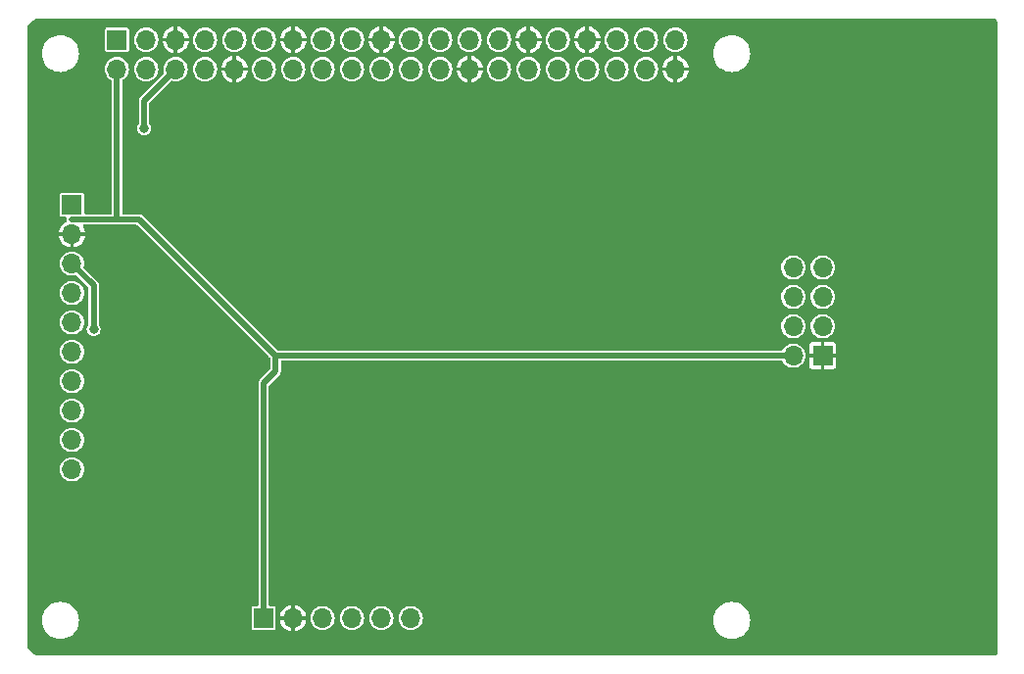
<source format=gbl>
G04 #@! TF.GenerationSoftware,KiCad,Pcbnew,7.0.8*
G04 #@! TF.CreationDate,2023-10-30T18:50:45+02:00*
G04 #@! TF.ProjectId,CubeSAT,43756265-5341-4542-9e6b-696361645f70,rev?*
G04 #@! TF.SameCoordinates,Original*
G04 #@! TF.FileFunction,Copper,L2,Bot*
G04 #@! TF.FilePolarity,Positive*
%FSLAX46Y46*%
G04 Gerber Fmt 4.6, Leading zero omitted, Abs format (unit mm)*
G04 Created by KiCad (PCBNEW 7.0.8) date 2023-10-30 18:50:45*
%MOMM*%
%LPD*%
G01*
G04 APERTURE LIST*
G04 #@! TA.AperFunction,ComponentPad*
%ADD10R,1.700000X1.700000*%
G04 #@! TD*
G04 #@! TA.AperFunction,ComponentPad*
%ADD11O,1.700000X1.700000*%
G04 #@! TD*
G04 #@! TA.AperFunction,ViaPad*
%ADD12C,0.800000*%
G04 #@! TD*
G04 #@! TA.AperFunction,Conductor*
%ADD13C,0.500000*%
G04 #@! TD*
G04 APERTURE END LIST*
D10*
X184500000Y-76575000D03*
D11*
X184500000Y-79115000D03*
X184500000Y-81655000D03*
X184500000Y-84195000D03*
X184500000Y-86735000D03*
X184500000Y-89275000D03*
X184500000Y-91815000D03*
X184500000Y-94355000D03*
X184500000Y-96895000D03*
X184500000Y-99435000D03*
D10*
X201060000Y-112300000D03*
D11*
X203600000Y-112300000D03*
X206140000Y-112300000D03*
X208680000Y-112300000D03*
X211220000Y-112300000D03*
X213760000Y-112300000D03*
D10*
X249360000Y-89610000D03*
D11*
X246820000Y-89610000D03*
X249360000Y-87070000D03*
X246820000Y-87070000D03*
X249360000Y-84530000D03*
X246820000Y-84530000D03*
X249360000Y-81990000D03*
X246820000Y-81990000D03*
X236640000Y-64850000D03*
X236640000Y-62310000D03*
X234100000Y-64850000D03*
X234100000Y-62310000D03*
X231560000Y-64850000D03*
X231560000Y-62310000D03*
X229020000Y-64850000D03*
X229020000Y-62310000D03*
X226480000Y-64850000D03*
X226480000Y-62310000D03*
X223940000Y-64850000D03*
X223940000Y-62310000D03*
X221400000Y-64850000D03*
X221400000Y-62310000D03*
X218860000Y-64850000D03*
X218860000Y-62310000D03*
X216320000Y-64850000D03*
X216320000Y-62310000D03*
X213780000Y-64850000D03*
X213780000Y-62310000D03*
X211240000Y-64850000D03*
X211240000Y-62310000D03*
X208700000Y-64850000D03*
X208700000Y-62310000D03*
X206160000Y-64850000D03*
X206160000Y-62310000D03*
X203620000Y-64850000D03*
X203620000Y-62310000D03*
X201080000Y-64850000D03*
X201080000Y-62310000D03*
X198540000Y-64850000D03*
X198540000Y-62310000D03*
X196000000Y-64850000D03*
X196000000Y-62310000D03*
X193460000Y-64850000D03*
X193460000Y-62310000D03*
X190920000Y-64850000D03*
X190920000Y-62310000D03*
X188380000Y-64850000D03*
D10*
X188380000Y-62310000D03*
D12*
X190740000Y-69970000D03*
X186375000Y-87340000D03*
D13*
X190740000Y-69970000D02*
X190740000Y-67570000D01*
X190740000Y-67570000D02*
X193460000Y-64850000D01*
X201060000Y-91990000D02*
X201060000Y-112300000D01*
X202090000Y-90960000D02*
X201060000Y-91990000D01*
X202090000Y-89600000D02*
X202090000Y-90960000D01*
X186375000Y-83530000D02*
X184500000Y-81655000D01*
X186375000Y-87340000D02*
X186375000Y-83530000D01*
X246810000Y-89600000D02*
X246820000Y-89610000D01*
X202090000Y-89600000D02*
X246810000Y-89600000D01*
X190330000Y-77840000D02*
X202090000Y-89600000D01*
X188720000Y-77840000D02*
X190330000Y-77840000D01*
X184500000Y-77840000D02*
X188720000Y-77840000D01*
X188380000Y-64850000D02*
X188380000Y-77840000D01*
X188380000Y-77840000D02*
X188720000Y-77840000D01*
G04 #@! TA.AperFunction,Conductor*
G36*
X264232131Y-60492381D02*
G01*
X264280099Y-60501922D01*
X264324791Y-60520433D01*
X264355104Y-60540688D01*
X264389311Y-60574895D01*
X264409564Y-60605205D01*
X264428078Y-60649904D01*
X264437617Y-60697860D01*
X264440000Y-60722051D01*
X264440000Y-115292088D01*
X264437617Y-115316280D01*
X264430676Y-115351173D01*
X264412160Y-115395874D01*
X264399311Y-115415103D01*
X264365103Y-115449311D01*
X264345874Y-115462160D01*
X264301173Y-115480676D01*
X264266279Y-115487617D01*
X264242089Y-115490000D01*
X181467634Y-115490000D01*
X181448580Y-115488527D01*
X181442455Y-115487574D01*
X181358141Y-115474462D01*
X181321836Y-115462891D01*
X181241500Y-115422805D01*
X181222305Y-115410931D01*
X181154733Y-115360078D01*
X181093703Y-115310656D01*
X181036429Y-115262293D01*
X181004106Y-115233406D01*
X180883290Y-115119186D01*
X180880830Y-115116727D01*
X180766594Y-114995895D01*
X180717560Y-114941027D01*
X180715642Y-114938773D01*
X180667632Y-114879485D01*
X180640742Y-114815000D01*
X180640000Y-114801453D01*
X180640000Y-112500000D01*
X181894551Y-112500000D01*
X181914317Y-112751151D01*
X181973126Y-112996110D01*
X182069533Y-113228859D01*
X182201160Y-113443653D01*
X182201161Y-113443656D01*
X182256604Y-113508571D01*
X182364776Y-113635224D01*
X182513066Y-113761875D01*
X182556343Y-113798838D01*
X182556346Y-113798839D01*
X182771140Y-113930466D01*
X183003889Y-114026873D01*
X183248852Y-114085683D01*
X183404950Y-114097968D01*
X183437116Y-114100500D01*
X183437118Y-114100500D01*
X183562884Y-114100500D01*
X183592518Y-114098167D01*
X183751148Y-114085683D01*
X183996111Y-114026873D01*
X184228859Y-113930466D01*
X184443659Y-113798836D01*
X184635224Y-113635224D01*
X184798836Y-113443659D01*
X184930466Y-113228859D01*
X185026873Y-112996111D01*
X185085683Y-112751148D01*
X185105449Y-112500000D01*
X185085683Y-112248852D01*
X185026873Y-112003889D01*
X184976718Y-111882803D01*
X184930466Y-111771140D01*
X184798839Y-111556346D01*
X184798838Y-111556343D01*
X184761875Y-111513066D01*
X184635224Y-111364776D01*
X184477205Y-111229815D01*
X184443656Y-111201161D01*
X184443653Y-111201160D01*
X184228859Y-111069533D01*
X183996110Y-110973126D01*
X183751150Y-110914317D01*
X183562884Y-110899500D01*
X183562882Y-110899500D01*
X183437118Y-110899500D01*
X183437116Y-110899500D01*
X183248849Y-110914317D01*
X183003889Y-110973126D01*
X182771140Y-111069533D01*
X182556346Y-111201160D01*
X182556343Y-111201161D01*
X182364776Y-111364776D01*
X182201161Y-111556343D01*
X182201160Y-111556346D01*
X182069533Y-111771140D01*
X181973126Y-112003889D01*
X181914317Y-112248848D01*
X181894551Y-112500000D01*
X180640000Y-112500000D01*
X180640000Y-99435000D01*
X183444417Y-99435000D01*
X183464699Y-99640932D01*
X183464700Y-99640934D01*
X183524768Y-99838954D01*
X183622315Y-100021450D01*
X183622317Y-100021452D01*
X183753589Y-100181410D01*
X183850209Y-100260702D01*
X183913550Y-100312685D01*
X184096046Y-100410232D01*
X184294066Y-100470300D01*
X184294065Y-100470300D01*
X184312529Y-100472118D01*
X184500000Y-100490583D01*
X184705934Y-100470300D01*
X184903954Y-100410232D01*
X185086450Y-100312685D01*
X185246410Y-100181410D01*
X185377685Y-100021450D01*
X185475232Y-99838954D01*
X185535300Y-99640934D01*
X185555583Y-99435000D01*
X185535300Y-99229066D01*
X185475232Y-99031046D01*
X185377685Y-98848550D01*
X185325702Y-98785209D01*
X185246410Y-98688589D01*
X185086452Y-98557317D01*
X185086453Y-98557317D01*
X185086450Y-98557315D01*
X184903954Y-98459768D01*
X184705934Y-98399700D01*
X184705932Y-98399699D01*
X184705934Y-98399699D01*
X184500000Y-98379417D01*
X184294067Y-98399699D01*
X184096043Y-98459769D01*
X183985898Y-98518643D01*
X183913550Y-98557315D01*
X183913548Y-98557316D01*
X183913547Y-98557317D01*
X183753589Y-98688589D01*
X183622317Y-98848547D01*
X183524769Y-99031043D01*
X183464699Y-99229067D01*
X183444417Y-99435000D01*
X180640000Y-99435000D01*
X180640000Y-96895000D01*
X183444417Y-96895000D01*
X183464699Y-97100932D01*
X183464700Y-97100934D01*
X183524768Y-97298954D01*
X183622315Y-97481450D01*
X183622317Y-97481452D01*
X183753589Y-97641410D01*
X183850209Y-97720702D01*
X183913550Y-97772685D01*
X184096046Y-97870232D01*
X184294066Y-97930300D01*
X184294065Y-97930300D01*
X184312529Y-97932118D01*
X184500000Y-97950583D01*
X184705934Y-97930300D01*
X184903954Y-97870232D01*
X185086450Y-97772685D01*
X185246410Y-97641410D01*
X185377685Y-97481450D01*
X185475232Y-97298954D01*
X185535300Y-97100934D01*
X185555583Y-96895000D01*
X185535300Y-96689066D01*
X185475232Y-96491046D01*
X185377685Y-96308550D01*
X185325702Y-96245209D01*
X185246410Y-96148589D01*
X185086452Y-96017317D01*
X185086453Y-96017317D01*
X185086450Y-96017315D01*
X184903954Y-95919768D01*
X184705934Y-95859700D01*
X184705932Y-95859699D01*
X184705934Y-95859699D01*
X184500000Y-95839417D01*
X184294067Y-95859699D01*
X184096043Y-95919769D01*
X183985898Y-95978643D01*
X183913550Y-96017315D01*
X183913548Y-96017316D01*
X183913547Y-96017317D01*
X183753589Y-96148589D01*
X183622317Y-96308547D01*
X183524769Y-96491043D01*
X183464699Y-96689067D01*
X183444417Y-96895000D01*
X180640000Y-96895000D01*
X180640000Y-94355000D01*
X183444417Y-94355000D01*
X183464699Y-94560932D01*
X183464700Y-94560934D01*
X183524768Y-94758954D01*
X183622315Y-94941450D01*
X183622317Y-94941452D01*
X183753589Y-95101410D01*
X183850209Y-95180702D01*
X183913550Y-95232685D01*
X184096046Y-95330232D01*
X184294066Y-95390300D01*
X184294065Y-95390300D01*
X184312529Y-95392118D01*
X184500000Y-95410583D01*
X184705934Y-95390300D01*
X184903954Y-95330232D01*
X185086450Y-95232685D01*
X185246410Y-95101410D01*
X185377685Y-94941450D01*
X185475232Y-94758954D01*
X185535300Y-94560934D01*
X185555583Y-94355000D01*
X185535300Y-94149066D01*
X185475232Y-93951046D01*
X185377685Y-93768550D01*
X185325702Y-93705209D01*
X185246410Y-93608589D01*
X185086452Y-93477317D01*
X185086453Y-93477317D01*
X185086450Y-93477315D01*
X184903954Y-93379768D01*
X184705934Y-93319700D01*
X184705932Y-93319699D01*
X184705934Y-93319699D01*
X184500000Y-93299417D01*
X184294067Y-93319699D01*
X184096043Y-93379769D01*
X183985898Y-93438643D01*
X183913550Y-93477315D01*
X183913548Y-93477316D01*
X183913547Y-93477317D01*
X183753589Y-93608589D01*
X183622317Y-93768547D01*
X183524769Y-93951043D01*
X183464699Y-94149067D01*
X183444417Y-94355000D01*
X180640000Y-94355000D01*
X180640000Y-91815000D01*
X183444417Y-91815000D01*
X183464699Y-92020932D01*
X183473619Y-92050336D01*
X183524768Y-92218954D01*
X183622315Y-92401450D01*
X183622317Y-92401452D01*
X183753589Y-92561410D01*
X183850209Y-92640702D01*
X183913550Y-92692685D01*
X184096046Y-92790232D01*
X184294066Y-92850300D01*
X184294065Y-92850300D01*
X184312529Y-92852118D01*
X184500000Y-92870583D01*
X184705934Y-92850300D01*
X184903954Y-92790232D01*
X185086450Y-92692685D01*
X185246410Y-92561410D01*
X185377685Y-92401450D01*
X185475232Y-92218954D01*
X185535300Y-92020934D01*
X185555583Y-91815000D01*
X185535300Y-91609066D01*
X185475232Y-91411046D01*
X185377685Y-91228550D01*
X185319518Y-91157673D01*
X185246410Y-91068589D01*
X185086452Y-90937317D01*
X185086453Y-90937317D01*
X185086450Y-90937315D01*
X184903954Y-90839768D01*
X184705934Y-90779700D01*
X184705932Y-90779699D01*
X184705934Y-90779699D01*
X184500000Y-90759417D01*
X184294067Y-90779699D01*
X184096043Y-90839769D01*
X183985898Y-90898643D01*
X183913550Y-90937315D01*
X183913548Y-90937316D01*
X183913547Y-90937317D01*
X183753589Y-91068589D01*
X183622317Y-91228547D01*
X183524769Y-91411043D01*
X183464699Y-91609067D01*
X183444417Y-91815000D01*
X180640000Y-91815000D01*
X180640000Y-89275000D01*
X183444417Y-89275000D01*
X183464699Y-89480932D01*
X183464700Y-89480934D01*
X183524768Y-89678954D01*
X183622315Y-89861450D01*
X183622317Y-89861452D01*
X183753589Y-90021410D01*
X183842870Y-90094680D01*
X183913550Y-90152685D01*
X184096046Y-90250232D01*
X184294066Y-90310300D01*
X184294065Y-90310300D01*
X184312529Y-90312118D01*
X184500000Y-90330583D01*
X184705934Y-90310300D01*
X184903954Y-90250232D01*
X185086450Y-90152685D01*
X185246410Y-90021410D01*
X185377685Y-89861450D01*
X185475232Y-89678954D01*
X185535300Y-89480934D01*
X185555583Y-89275000D01*
X185535300Y-89069066D01*
X185475232Y-88871046D01*
X185377685Y-88688550D01*
X185325702Y-88625209D01*
X185246410Y-88528589D01*
X185086452Y-88397317D01*
X185086453Y-88397317D01*
X185086450Y-88397315D01*
X184903954Y-88299768D01*
X184705934Y-88239700D01*
X184705932Y-88239699D01*
X184705934Y-88239699D01*
X184500000Y-88219417D01*
X184294067Y-88239699D01*
X184096043Y-88299769D01*
X183985898Y-88358643D01*
X183913550Y-88397315D01*
X183913548Y-88397316D01*
X183913547Y-88397317D01*
X183753589Y-88528589D01*
X183622317Y-88688547D01*
X183622315Y-88688550D01*
X183608063Y-88715214D01*
X183524769Y-88871043D01*
X183464699Y-89069067D01*
X183444417Y-89275000D01*
X180640000Y-89275000D01*
X180640000Y-86735000D01*
X183444417Y-86735000D01*
X183464699Y-86940932D01*
X183464700Y-86940934D01*
X183524768Y-87138954D01*
X183622315Y-87321450D01*
X183656969Y-87363677D01*
X183753589Y-87481410D01*
X183850209Y-87560702D01*
X183913550Y-87612685D01*
X184096046Y-87710232D01*
X184294066Y-87770300D01*
X184294065Y-87770300D01*
X184312529Y-87772118D01*
X184500000Y-87790583D01*
X184705934Y-87770300D01*
X184903954Y-87710232D01*
X185086450Y-87612685D01*
X185246410Y-87481410D01*
X185377685Y-87321450D01*
X185475232Y-87138954D01*
X185535300Y-86940934D01*
X185555583Y-86735000D01*
X185535300Y-86529066D01*
X185475232Y-86331046D01*
X185377685Y-86148550D01*
X185325702Y-86085209D01*
X185246410Y-85988589D01*
X185086452Y-85857317D01*
X185086453Y-85857317D01*
X185086450Y-85857315D01*
X184903954Y-85759768D01*
X184705934Y-85699700D01*
X184705932Y-85699699D01*
X184705934Y-85699699D01*
X184500000Y-85679417D01*
X184294067Y-85699699D01*
X184096043Y-85759769D01*
X183985898Y-85818643D01*
X183913550Y-85857315D01*
X183913548Y-85857316D01*
X183913547Y-85857317D01*
X183753589Y-85988589D01*
X183622317Y-86148547D01*
X183524769Y-86331043D01*
X183464699Y-86529067D01*
X183444417Y-86735000D01*
X180640000Y-86735000D01*
X180640000Y-84195000D01*
X183444417Y-84195000D01*
X183464699Y-84400932D01*
X183464700Y-84400934D01*
X183524768Y-84598954D01*
X183622315Y-84781450D01*
X183622317Y-84781452D01*
X183753589Y-84941410D01*
X183850209Y-85020702D01*
X183913550Y-85072685D01*
X184096046Y-85170232D01*
X184294066Y-85230300D01*
X184294065Y-85230300D01*
X184312529Y-85232118D01*
X184500000Y-85250583D01*
X184705934Y-85230300D01*
X184903954Y-85170232D01*
X185086450Y-85072685D01*
X185246410Y-84941410D01*
X185377685Y-84781450D01*
X185475232Y-84598954D01*
X185535300Y-84400934D01*
X185555583Y-84195000D01*
X185535300Y-83989066D01*
X185475232Y-83791046D01*
X185377685Y-83608550D01*
X185299241Y-83512965D01*
X185246410Y-83448589D01*
X185128677Y-83351969D01*
X185086450Y-83317315D01*
X184903954Y-83219768D01*
X184705934Y-83159700D01*
X184705932Y-83159699D01*
X184705934Y-83159699D01*
X184500000Y-83139417D01*
X184294067Y-83159699D01*
X184118692Y-83212898D01*
X184103810Y-83217413D01*
X184096043Y-83219769D01*
X184021788Y-83259460D01*
X183913550Y-83317315D01*
X183913548Y-83317316D01*
X183913547Y-83317317D01*
X183753589Y-83448589D01*
X183622317Y-83608547D01*
X183524769Y-83791043D01*
X183464699Y-83989067D01*
X183444417Y-84195000D01*
X180640000Y-84195000D01*
X180640000Y-81655000D01*
X183444417Y-81655000D01*
X183464699Y-81860932D01*
X183464700Y-81860934D01*
X183524768Y-82058954D01*
X183622315Y-82241450D01*
X183622317Y-82241452D01*
X183753589Y-82401410D01*
X183850209Y-82480702D01*
X183913550Y-82532685D01*
X184096046Y-82630232D01*
X184294066Y-82690300D01*
X184294065Y-82690300D01*
X184312529Y-82692118D01*
X184500000Y-82710583D01*
X184705934Y-82690300D01*
X184782325Y-82667127D01*
X184852192Y-82666503D01*
X184906002Y-82698106D01*
X185888181Y-83680285D01*
X185921666Y-83741608D01*
X185924500Y-83767966D01*
X185924500Y-86898580D01*
X185904815Y-86965619D01*
X185898876Y-86974066D01*
X185850464Y-87037157D01*
X185789956Y-87183237D01*
X185789955Y-87183239D01*
X185769318Y-87339998D01*
X185769318Y-87340001D01*
X185789955Y-87496760D01*
X185789956Y-87496762D01*
X185850464Y-87642841D01*
X185946718Y-87768282D01*
X186072159Y-87864536D01*
X186218238Y-87925044D01*
X186296619Y-87935363D01*
X186374999Y-87945682D01*
X186375000Y-87945682D01*
X186375001Y-87945682D01*
X186427254Y-87938802D01*
X186531762Y-87925044D01*
X186677841Y-87864536D01*
X186803282Y-87768282D01*
X186899536Y-87642841D01*
X186960044Y-87496762D01*
X186980682Y-87340000D01*
X186960044Y-87183238D01*
X186899536Y-87037159D01*
X186899535Y-87037158D01*
X186899535Y-87037157D01*
X186851124Y-86974066D01*
X186825930Y-86908896D01*
X186825500Y-86898580D01*
X186825500Y-83558782D01*
X186825889Y-83551843D01*
X186830270Y-83512965D01*
X186819211Y-83454520D01*
X186810348Y-83395713D01*
X186810347Y-83395711D01*
X186807836Y-83387571D01*
X186805024Y-83379533D01*
X186805023Y-83379528D01*
X186777226Y-83326936D01*
X186751425Y-83273358D01*
X186751422Y-83273355D01*
X186751421Y-83273352D01*
X186746642Y-83266342D01*
X186741568Y-83259469D01*
X186741565Y-83259462D01*
X186699516Y-83217413D01*
X186659055Y-83173806D01*
X186651792Y-83168014D01*
X186652312Y-83167361D01*
X186640067Y-83157964D01*
X185543106Y-82061003D01*
X185509621Y-81999680D01*
X185512125Y-81937329D01*
X185535300Y-81860934D01*
X185555583Y-81655000D01*
X185535300Y-81449066D01*
X185475232Y-81251046D01*
X185377685Y-81068550D01*
X185325702Y-81005209D01*
X185246410Y-80908589D01*
X185086452Y-80777317D01*
X185086453Y-80777317D01*
X185086450Y-80777315D01*
X184903954Y-80679768D01*
X184705934Y-80619700D01*
X184705932Y-80619699D01*
X184705934Y-80619699D01*
X184500000Y-80599417D01*
X184294067Y-80619699D01*
X184096043Y-80679769D01*
X183985898Y-80738643D01*
X183913550Y-80777315D01*
X183913548Y-80777316D01*
X183913547Y-80777317D01*
X183753589Y-80908589D01*
X183622317Y-81068547D01*
X183524769Y-81251043D01*
X183464699Y-81449067D01*
X183444417Y-81655000D01*
X180640000Y-81655000D01*
X180640000Y-78964999D01*
X183358972Y-78964999D01*
X183358973Y-78965000D01*
X184022935Y-78965000D01*
X184000000Y-79043111D01*
X184000000Y-79186889D01*
X184022935Y-79265000D01*
X183358973Y-79265000D01*
X183364738Y-79327218D01*
X183423058Y-79532196D01*
X183423066Y-79532216D01*
X183518059Y-79722989D01*
X183646500Y-79893071D01*
X183804000Y-80036651D01*
X183804002Y-80036653D01*
X183985201Y-80148846D01*
X183985207Y-80148849D01*
X184183936Y-80225836D01*
X184350000Y-80256879D01*
X184350000Y-79596170D01*
X184357685Y-79599680D01*
X184464237Y-79615000D01*
X184535763Y-79615000D01*
X184642315Y-79599680D01*
X184650000Y-79596170D01*
X184650000Y-80256879D01*
X184816063Y-80225836D01*
X185014792Y-80148849D01*
X185014798Y-80148846D01*
X185195997Y-80036653D01*
X185195999Y-80036651D01*
X185353499Y-79893071D01*
X185481940Y-79722989D01*
X185576933Y-79532216D01*
X185576941Y-79532196D01*
X185635261Y-79327218D01*
X185641027Y-79265000D01*
X184977065Y-79265000D01*
X185000000Y-79186889D01*
X185000000Y-79043111D01*
X184977065Y-78965000D01*
X185641027Y-78965000D01*
X185641027Y-78964999D01*
X185635261Y-78902781D01*
X185576941Y-78697803D01*
X185576933Y-78697783D01*
X185481940Y-78507010D01*
X185468510Y-78489226D01*
X185443819Y-78423865D01*
X185458385Y-78355530D01*
X185507582Y-78305918D01*
X185567465Y-78290500D01*
X188312098Y-78290500D01*
X188315268Y-78290500D01*
X188342859Y-78293608D01*
X188345954Y-78294315D01*
X188394561Y-78290672D01*
X188399178Y-78290500D01*
X188652098Y-78290500D01*
X190092034Y-78290500D01*
X190159073Y-78310185D01*
X190179715Y-78326819D01*
X201603181Y-89750285D01*
X201636666Y-89811608D01*
X201639500Y-89837966D01*
X201639500Y-90722034D01*
X201619815Y-90789073D01*
X201603181Y-90809715D01*
X200761804Y-91651092D01*
X200756617Y-91655727D01*
X200726033Y-91680117D01*
X200726029Y-91680121D01*
X200692519Y-91729271D01*
X200657206Y-91777118D01*
X200653216Y-91784667D01*
X200649528Y-91792326D01*
X200631992Y-91849177D01*
X200612353Y-91905301D01*
X200610771Y-91913659D01*
X200609500Y-91922100D01*
X200609500Y-91981573D01*
X200607275Y-92041009D01*
X200608316Y-92050243D01*
X200607485Y-92050336D01*
X200609500Y-92065635D01*
X200609500Y-111125500D01*
X200589815Y-111192539D01*
X200537011Y-111238294D01*
X200485500Y-111249500D01*
X200190247Y-111249500D01*
X200131770Y-111261131D01*
X200131769Y-111261132D01*
X200065447Y-111305447D01*
X200021132Y-111371769D01*
X200021131Y-111371770D01*
X200009500Y-111430247D01*
X200009500Y-113169752D01*
X200021131Y-113228229D01*
X200021132Y-113228230D01*
X200065447Y-113294552D01*
X200131769Y-113338867D01*
X200131770Y-113338868D01*
X200190247Y-113350499D01*
X200190250Y-113350500D01*
X200190252Y-113350500D01*
X201929750Y-113350500D01*
X201929751Y-113350499D01*
X201944568Y-113347552D01*
X201988229Y-113338868D01*
X201988229Y-113338867D01*
X201988231Y-113338867D01*
X202054552Y-113294552D01*
X202098867Y-113228231D01*
X202098867Y-113228229D01*
X202098868Y-113228229D01*
X202110499Y-113169752D01*
X202110500Y-113169750D01*
X202110500Y-112149999D01*
X202458972Y-112149999D01*
X202458973Y-112150000D01*
X203122935Y-112150000D01*
X203100000Y-112228111D01*
X203100000Y-112371889D01*
X203122935Y-112450000D01*
X202458973Y-112450000D01*
X202464738Y-112512218D01*
X202523058Y-112717196D01*
X202523066Y-112717216D01*
X202618059Y-112907989D01*
X202746500Y-113078071D01*
X202904000Y-113221651D01*
X202904002Y-113221653D01*
X203085201Y-113333846D01*
X203085207Y-113333849D01*
X203283936Y-113410836D01*
X203450000Y-113441879D01*
X203450000Y-112781170D01*
X203457685Y-112784680D01*
X203564237Y-112800000D01*
X203635763Y-112800000D01*
X203742315Y-112784680D01*
X203750000Y-112781170D01*
X203750000Y-113441879D01*
X203916063Y-113410836D01*
X204114792Y-113333849D01*
X204114798Y-113333846D01*
X204295997Y-113221653D01*
X204295999Y-113221651D01*
X204453499Y-113078071D01*
X204581940Y-112907989D01*
X204676933Y-112717216D01*
X204676941Y-112717196D01*
X204735261Y-112512218D01*
X204741027Y-112450000D01*
X204077065Y-112450000D01*
X204100000Y-112371889D01*
X204100000Y-112300000D01*
X205084417Y-112300000D01*
X205104699Y-112505932D01*
X205104700Y-112505934D01*
X205164768Y-112703954D01*
X205262315Y-112886450D01*
X205296969Y-112928677D01*
X205393589Y-113046410D01*
X205432169Y-113078071D01*
X205553550Y-113177685D01*
X205736046Y-113275232D01*
X205934066Y-113335300D01*
X205934065Y-113335300D01*
X205952529Y-113337118D01*
X206140000Y-113355583D01*
X206345934Y-113335300D01*
X206543954Y-113275232D01*
X206726450Y-113177685D01*
X206886410Y-113046410D01*
X207017685Y-112886450D01*
X207115232Y-112703954D01*
X207175300Y-112505934D01*
X207195583Y-112300000D01*
X207624417Y-112300000D01*
X207644699Y-112505932D01*
X207644700Y-112505934D01*
X207704768Y-112703954D01*
X207802315Y-112886450D01*
X207836969Y-112928677D01*
X207933589Y-113046410D01*
X207972169Y-113078071D01*
X208093550Y-113177685D01*
X208276046Y-113275232D01*
X208474066Y-113335300D01*
X208474065Y-113335300D01*
X208492529Y-113337118D01*
X208680000Y-113355583D01*
X208885934Y-113335300D01*
X209083954Y-113275232D01*
X209266450Y-113177685D01*
X209426410Y-113046410D01*
X209557685Y-112886450D01*
X209655232Y-112703954D01*
X209715300Y-112505934D01*
X209735583Y-112300000D01*
X210164417Y-112300000D01*
X210184699Y-112505932D01*
X210184700Y-112505934D01*
X210244768Y-112703954D01*
X210342315Y-112886450D01*
X210376969Y-112928677D01*
X210473589Y-113046410D01*
X210512169Y-113078071D01*
X210633550Y-113177685D01*
X210816046Y-113275232D01*
X211014066Y-113335300D01*
X211014065Y-113335300D01*
X211032529Y-113337118D01*
X211220000Y-113355583D01*
X211425934Y-113335300D01*
X211623954Y-113275232D01*
X211806450Y-113177685D01*
X211966410Y-113046410D01*
X212097685Y-112886450D01*
X212195232Y-112703954D01*
X212255300Y-112505934D01*
X212275583Y-112300000D01*
X212704417Y-112300000D01*
X212724699Y-112505932D01*
X212724700Y-112505934D01*
X212784768Y-112703954D01*
X212882315Y-112886450D01*
X212916969Y-112928677D01*
X213013589Y-113046410D01*
X213052169Y-113078071D01*
X213173550Y-113177685D01*
X213356046Y-113275232D01*
X213554066Y-113335300D01*
X213554065Y-113335300D01*
X213572529Y-113337118D01*
X213760000Y-113355583D01*
X213965934Y-113335300D01*
X214163954Y-113275232D01*
X214346450Y-113177685D01*
X214506410Y-113046410D01*
X214637685Y-112886450D01*
X214735232Y-112703954D01*
X214795300Y-112505934D01*
X214795884Y-112500000D01*
X239894551Y-112500000D01*
X239914317Y-112751151D01*
X239973126Y-112996110D01*
X240069533Y-113228859D01*
X240201160Y-113443653D01*
X240201161Y-113443656D01*
X240256604Y-113508571D01*
X240364776Y-113635224D01*
X240513066Y-113761875D01*
X240556343Y-113798838D01*
X240556346Y-113798839D01*
X240771140Y-113930466D01*
X241003889Y-114026873D01*
X241248852Y-114085683D01*
X241404950Y-114097968D01*
X241437116Y-114100500D01*
X241437118Y-114100500D01*
X241562884Y-114100500D01*
X241592518Y-114098167D01*
X241751148Y-114085683D01*
X241996111Y-114026873D01*
X242228859Y-113930466D01*
X242443659Y-113798836D01*
X242635224Y-113635224D01*
X242798836Y-113443659D01*
X242930466Y-113228859D01*
X243026873Y-112996111D01*
X243085683Y-112751148D01*
X243105449Y-112500000D01*
X243085683Y-112248852D01*
X243026873Y-112003889D01*
X242976718Y-111882803D01*
X242930466Y-111771140D01*
X242798839Y-111556346D01*
X242798838Y-111556343D01*
X242761875Y-111513066D01*
X242635224Y-111364776D01*
X242477205Y-111229815D01*
X242443656Y-111201161D01*
X242443653Y-111201160D01*
X242228859Y-111069533D01*
X241996110Y-110973126D01*
X241751150Y-110914317D01*
X241562884Y-110899500D01*
X241562882Y-110899500D01*
X241437118Y-110899500D01*
X241437116Y-110899500D01*
X241248849Y-110914317D01*
X241003889Y-110973126D01*
X240771140Y-111069533D01*
X240556346Y-111201160D01*
X240556343Y-111201161D01*
X240364776Y-111364776D01*
X240201161Y-111556343D01*
X240201160Y-111556346D01*
X240069533Y-111771140D01*
X239973126Y-112003889D01*
X239914317Y-112248848D01*
X239894551Y-112500000D01*
X214795884Y-112500000D01*
X214815583Y-112300000D01*
X214795300Y-112094066D01*
X214735232Y-111896046D01*
X214637685Y-111713550D01*
X214585702Y-111650209D01*
X214506410Y-111553589D01*
X214356121Y-111430252D01*
X214346450Y-111422315D01*
X214163954Y-111324768D01*
X213965934Y-111264700D01*
X213965932Y-111264699D01*
X213965934Y-111264699D01*
X213760000Y-111244417D01*
X213554067Y-111264699D01*
X213356043Y-111324769D01*
X213281197Y-111364776D01*
X213173550Y-111422315D01*
X213173548Y-111422316D01*
X213173547Y-111422317D01*
X213013589Y-111553589D01*
X212882317Y-111713547D01*
X212784769Y-111896043D01*
X212724699Y-112094067D01*
X212704417Y-112300000D01*
X212275583Y-112300000D01*
X212255300Y-112094066D01*
X212195232Y-111896046D01*
X212097685Y-111713550D01*
X212045702Y-111650209D01*
X211966410Y-111553589D01*
X211816121Y-111430252D01*
X211806450Y-111422315D01*
X211623954Y-111324768D01*
X211425934Y-111264700D01*
X211425932Y-111264699D01*
X211425934Y-111264699D01*
X211220000Y-111244417D01*
X211014067Y-111264699D01*
X210816043Y-111324769D01*
X210741197Y-111364776D01*
X210633550Y-111422315D01*
X210633548Y-111422316D01*
X210633547Y-111422317D01*
X210473589Y-111553589D01*
X210342317Y-111713547D01*
X210244769Y-111896043D01*
X210184699Y-112094067D01*
X210164417Y-112300000D01*
X209735583Y-112300000D01*
X209715300Y-112094066D01*
X209655232Y-111896046D01*
X209557685Y-111713550D01*
X209505702Y-111650209D01*
X209426410Y-111553589D01*
X209276121Y-111430252D01*
X209266450Y-111422315D01*
X209083954Y-111324768D01*
X208885934Y-111264700D01*
X208885932Y-111264699D01*
X208885934Y-111264699D01*
X208680000Y-111244417D01*
X208474067Y-111264699D01*
X208276043Y-111324769D01*
X208201197Y-111364776D01*
X208093550Y-111422315D01*
X208093548Y-111422316D01*
X208093547Y-111422317D01*
X207933589Y-111553589D01*
X207802317Y-111713547D01*
X207704769Y-111896043D01*
X207644699Y-112094067D01*
X207624417Y-112300000D01*
X207195583Y-112300000D01*
X207175300Y-112094066D01*
X207115232Y-111896046D01*
X207017685Y-111713550D01*
X206965702Y-111650209D01*
X206886410Y-111553589D01*
X206736121Y-111430252D01*
X206726450Y-111422315D01*
X206543954Y-111324768D01*
X206345934Y-111264700D01*
X206345932Y-111264699D01*
X206345934Y-111264699D01*
X206140000Y-111244417D01*
X205934067Y-111264699D01*
X205736043Y-111324769D01*
X205661197Y-111364776D01*
X205553550Y-111422315D01*
X205553548Y-111422316D01*
X205553547Y-111422317D01*
X205393589Y-111553589D01*
X205262317Y-111713547D01*
X205164769Y-111896043D01*
X205104699Y-112094067D01*
X205084417Y-112300000D01*
X204100000Y-112300000D01*
X204100000Y-112228111D01*
X204077065Y-112150000D01*
X204741027Y-112150000D01*
X204741027Y-112149999D01*
X204735261Y-112087781D01*
X204676941Y-111882803D01*
X204676933Y-111882783D01*
X204581940Y-111692010D01*
X204453499Y-111521928D01*
X204295999Y-111378348D01*
X204295997Y-111378346D01*
X204114798Y-111266153D01*
X204114789Y-111266149D01*
X203916060Y-111189162D01*
X203916061Y-111189162D01*
X203750000Y-111158119D01*
X203750000Y-111818829D01*
X203742315Y-111815320D01*
X203635763Y-111800000D01*
X203564237Y-111800000D01*
X203457685Y-111815320D01*
X203450000Y-111818829D01*
X203450000Y-111158119D01*
X203283939Y-111189162D01*
X203085210Y-111266149D01*
X203085201Y-111266153D01*
X202904002Y-111378346D01*
X202904000Y-111378348D01*
X202746500Y-111521928D01*
X202618059Y-111692010D01*
X202523066Y-111882783D01*
X202523058Y-111882803D01*
X202464738Y-112087781D01*
X202458972Y-112149999D01*
X202110500Y-112149999D01*
X202110500Y-111430249D01*
X202110499Y-111430247D01*
X202098868Y-111371770D01*
X202098867Y-111371769D01*
X202054552Y-111305447D01*
X201988230Y-111261132D01*
X201988229Y-111261131D01*
X201929752Y-111249500D01*
X201929748Y-111249500D01*
X201634500Y-111249500D01*
X201567461Y-111229815D01*
X201521706Y-111177011D01*
X201510500Y-111125500D01*
X201510500Y-92227964D01*
X201530185Y-92160925D01*
X201546815Y-92140287D01*
X202388205Y-91298896D01*
X202393373Y-91294277D01*
X202423970Y-91269879D01*
X202457480Y-91220728D01*
X202492793Y-91172882D01*
X202492794Y-91172879D01*
X202496787Y-91165324D01*
X202500470Y-91157676D01*
X202500470Y-91157675D01*
X202500472Y-91157673D01*
X202518007Y-91100822D01*
X202537646Y-91044699D01*
X202539232Y-91036311D01*
X202540500Y-91027904D01*
X202540500Y-90968426D01*
X202542724Y-90908992D01*
X202541684Y-90899761D01*
X202542513Y-90899667D01*
X202540500Y-90884366D01*
X202540500Y-90174500D01*
X202560185Y-90107461D01*
X202612989Y-90061706D01*
X202664500Y-90050500D01*
X245789980Y-90050500D01*
X245857019Y-90070185D01*
X245899336Y-90116044D01*
X245942315Y-90196450D01*
X245942317Y-90196452D01*
X246073589Y-90356410D01*
X246170209Y-90435702D01*
X246233550Y-90487685D01*
X246416046Y-90585232D01*
X246614066Y-90645300D01*
X246614065Y-90645300D01*
X246632529Y-90647118D01*
X246820000Y-90665583D01*
X247025934Y-90645300D01*
X247223954Y-90585232D01*
X247406450Y-90487685D01*
X247566410Y-90356410D01*
X247697685Y-90196450D01*
X247795232Y-90013954D01*
X247855300Y-89815934D01*
X247875583Y-89610000D01*
X247860809Y-89460000D01*
X248210000Y-89460000D01*
X248882935Y-89460000D01*
X248860000Y-89538111D01*
X248860000Y-89681889D01*
X248882935Y-89760000D01*
X248210001Y-89760000D01*
X248210001Y-90504785D01*
X248210002Y-90504808D01*
X248212908Y-90529869D01*
X248212909Y-90529873D01*
X248258211Y-90632474D01*
X248258214Y-90632479D01*
X248337520Y-90711785D01*
X248337525Y-90711788D01*
X248440123Y-90757089D01*
X248465206Y-90759999D01*
X249209999Y-90759999D01*
X249210000Y-90759998D01*
X249210000Y-90091170D01*
X249217685Y-90094680D01*
X249324237Y-90110000D01*
X249395763Y-90110000D01*
X249502315Y-90094680D01*
X249510000Y-90091170D01*
X249510000Y-90759999D01*
X250254786Y-90759999D01*
X250254808Y-90759997D01*
X250279869Y-90757091D01*
X250279873Y-90757090D01*
X250382474Y-90711788D01*
X250382479Y-90711785D01*
X250461785Y-90632479D01*
X250461788Y-90632474D01*
X250507089Y-90529877D01*
X250507089Y-90529875D01*
X250509999Y-90504794D01*
X250510000Y-90504791D01*
X250510000Y-89760000D01*
X249837065Y-89760000D01*
X249860000Y-89681889D01*
X249860000Y-89538111D01*
X249837065Y-89460000D01*
X250509999Y-89460000D01*
X250509999Y-88715214D01*
X250509997Y-88715191D01*
X250507091Y-88690130D01*
X250507090Y-88690126D01*
X250461788Y-88587525D01*
X250461785Y-88587520D01*
X250382479Y-88508214D01*
X250382474Y-88508211D01*
X250279876Y-88462910D01*
X250254794Y-88460000D01*
X249510000Y-88460000D01*
X249510000Y-89128829D01*
X249502315Y-89125320D01*
X249395763Y-89110000D01*
X249324237Y-89110000D01*
X249217685Y-89125320D01*
X249210000Y-89128829D01*
X249210000Y-88460000D01*
X248465214Y-88460000D01*
X248465191Y-88460002D01*
X248440130Y-88462908D01*
X248440126Y-88462909D01*
X248337525Y-88508211D01*
X248337520Y-88508214D01*
X248258214Y-88587520D01*
X248258211Y-88587525D01*
X248212910Y-88690122D01*
X248212910Y-88690124D01*
X248210000Y-88715205D01*
X248210000Y-89460000D01*
X247860809Y-89460000D01*
X247855300Y-89404066D01*
X247795232Y-89206046D01*
X247697685Y-89023550D01*
X247645702Y-88960209D01*
X247566410Y-88863589D01*
X247406452Y-88732317D01*
X247406453Y-88732317D01*
X247406450Y-88732315D01*
X247223954Y-88634768D01*
X247025934Y-88574700D01*
X247025932Y-88574699D01*
X247025934Y-88574699D01*
X246820000Y-88554417D01*
X246614067Y-88574699D01*
X246416043Y-88634769D01*
X246315433Y-88688547D01*
X246233550Y-88732315D01*
X246233548Y-88732316D01*
X246233547Y-88732317D01*
X246073589Y-88863589D01*
X245942315Y-89023549D01*
X245942311Y-89023555D01*
X245910028Y-89083953D01*
X245861066Y-89133797D01*
X245800670Y-89149500D01*
X202327965Y-89149500D01*
X202260926Y-89129815D01*
X202240284Y-89113181D01*
X200197103Y-87070000D01*
X245764417Y-87070000D01*
X245784699Y-87275932D01*
X245804133Y-87339998D01*
X245844768Y-87473954D01*
X245942315Y-87656450D01*
X245942317Y-87656452D01*
X246073589Y-87816410D01*
X246132232Y-87864536D01*
X246233550Y-87947685D01*
X246416046Y-88045232D01*
X246614066Y-88105300D01*
X246614065Y-88105300D01*
X246632529Y-88107118D01*
X246820000Y-88125583D01*
X247025934Y-88105300D01*
X247223954Y-88045232D01*
X247406450Y-87947685D01*
X247566410Y-87816410D01*
X247697685Y-87656450D01*
X247795232Y-87473954D01*
X247855300Y-87275934D01*
X247875583Y-87070000D01*
X248304417Y-87070000D01*
X248324699Y-87275932D01*
X248344133Y-87339998D01*
X248384768Y-87473954D01*
X248482315Y-87656450D01*
X248482317Y-87656452D01*
X248613589Y-87816410D01*
X248672232Y-87864536D01*
X248773550Y-87947685D01*
X248956046Y-88045232D01*
X249154066Y-88105300D01*
X249154065Y-88105300D01*
X249172529Y-88107118D01*
X249360000Y-88125583D01*
X249565934Y-88105300D01*
X249763954Y-88045232D01*
X249946450Y-87947685D01*
X250106410Y-87816410D01*
X250237685Y-87656450D01*
X250335232Y-87473954D01*
X250395300Y-87275934D01*
X250415583Y-87070000D01*
X250395300Y-86864066D01*
X250335232Y-86666046D01*
X250237685Y-86483550D01*
X250185702Y-86420209D01*
X250106410Y-86323589D01*
X249946452Y-86192317D01*
X249946453Y-86192317D01*
X249946450Y-86192315D01*
X249763954Y-86094768D01*
X249565934Y-86034700D01*
X249565932Y-86034699D01*
X249565934Y-86034699D01*
X249360000Y-86014417D01*
X249154067Y-86034699D01*
X248956043Y-86094769D01*
X248855433Y-86148547D01*
X248773550Y-86192315D01*
X248773548Y-86192316D01*
X248773547Y-86192317D01*
X248613589Y-86323589D01*
X248482317Y-86483547D01*
X248482315Y-86483550D01*
X248443643Y-86555898D01*
X248384769Y-86666043D01*
X248324699Y-86864067D01*
X248304417Y-87070000D01*
X247875583Y-87070000D01*
X247855300Y-86864066D01*
X247795232Y-86666046D01*
X247697685Y-86483550D01*
X247645702Y-86420209D01*
X247566410Y-86323589D01*
X247406452Y-86192317D01*
X247406453Y-86192317D01*
X247406450Y-86192315D01*
X247223954Y-86094768D01*
X247025934Y-86034700D01*
X247025932Y-86034699D01*
X247025934Y-86034699D01*
X246820000Y-86014417D01*
X246614067Y-86034699D01*
X246416043Y-86094769D01*
X246315433Y-86148547D01*
X246233550Y-86192315D01*
X246233548Y-86192316D01*
X246233547Y-86192317D01*
X246073589Y-86323589D01*
X245942317Y-86483547D01*
X245942315Y-86483550D01*
X245903643Y-86555898D01*
X245844769Y-86666043D01*
X245784699Y-86864067D01*
X245764417Y-87070000D01*
X200197103Y-87070000D01*
X197657103Y-84530000D01*
X245764417Y-84530000D01*
X245784699Y-84735932D01*
X245814734Y-84834944D01*
X245844768Y-84933954D01*
X245942315Y-85116450D01*
X245942317Y-85116452D01*
X246073589Y-85276410D01*
X246170209Y-85355702D01*
X246233550Y-85407685D01*
X246416046Y-85505232D01*
X246614066Y-85565300D01*
X246614065Y-85565300D01*
X246632529Y-85567118D01*
X246820000Y-85585583D01*
X247025934Y-85565300D01*
X247223954Y-85505232D01*
X247406450Y-85407685D01*
X247566410Y-85276410D01*
X247697685Y-85116450D01*
X247795232Y-84933954D01*
X247855300Y-84735934D01*
X247875583Y-84530000D01*
X248304417Y-84530000D01*
X248324699Y-84735932D01*
X248354734Y-84834944D01*
X248384768Y-84933954D01*
X248482315Y-85116450D01*
X248482317Y-85116452D01*
X248613589Y-85276410D01*
X248710209Y-85355702D01*
X248773550Y-85407685D01*
X248956046Y-85505232D01*
X249154066Y-85565300D01*
X249154065Y-85565300D01*
X249172529Y-85567118D01*
X249360000Y-85585583D01*
X249565934Y-85565300D01*
X249763954Y-85505232D01*
X249946450Y-85407685D01*
X250106410Y-85276410D01*
X250237685Y-85116450D01*
X250335232Y-84933954D01*
X250395300Y-84735934D01*
X250415583Y-84530000D01*
X250395300Y-84324066D01*
X250335232Y-84126046D01*
X250237685Y-83943550D01*
X250185702Y-83880209D01*
X250106410Y-83783589D01*
X249946452Y-83652317D01*
X249946453Y-83652317D01*
X249946450Y-83652315D01*
X249763954Y-83554768D01*
X249565934Y-83494700D01*
X249565932Y-83494699D01*
X249565934Y-83494699D01*
X249360000Y-83474417D01*
X249154067Y-83494699D01*
X248956043Y-83554769D01*
X248855433Y-83608547D01*
X248773550Y-83652315D01*
X248773548Y-83652316D01*
X248773547Y-83652317D01*
X248613589Y-83783589D01*
X248482317Y-83943547D01*
X248482315Y-83943550D01*
X248443643Y-84015898D01*
X248384769Y-84126043D01*
X248324699Y-84324067D01*
X248304417Y-84530000D01*
X247875583Y-84530000D01*
X247855300Y-84324066D01*
X247795232Y-84126046D01*
X247697685Y-83943550D01*
X247645702Y-83880209D01*
X247566410Y-83783589D01*
X247406452Y-83652317D01*
X247406453Y-83652317D01*
X247406450Y-83652315D01*
X247223954Y-83554768D01*
X247025934Y-83494700D01*
X247025932Y-83494699D01*
X247025934Y-83494699D01*
X246820000Y-83474417D01*
X246614067Y-83494699D01*
X246416043Y-83554769D01*
X246315433Y-83608547D01*
X246233550Y-83652315D01*
X246233548Y-83652316D01*
X246233547Y-83652317D01*
X246073589Y-83783589D01*
X245942317Y-83943547D01*
X245942315Y-83943550D01*
X245903643Y-84015898D01*
X245844769Y-84126043D01*
X245784699Y-84324067D01*
X245764417Y-84530000D01*
X197657103Y-84530000D01*
X195117103Y-81990000D01*
X245764417Y-81990000D01*
X245784699Y-82195932D01*
X245814734Y-82294944D01*
X245844768Y-82393954D01*
X245942315Y-82576450D01*
X245942317Y-82576452D01*
X246073589Y-82736410D01*
X246170209Y-82815702D01*
X246233550Y-82867685D01*
X246416046Y-82965232D01*
X246614066Y-83025300D01*
X246614065Y-83025300D01*
X246632529Y-83027118D01*
X246820000Y-83045583D01*
X247025934Y-83025300D01*
X247223954Y-82965232D01*
X247406450Y-82867685D01*
X247566410Y-82736410D01*
X247697685Y-82576450D01*
X247795232Y-82393954D01*
X247855300Y-82195934D01*
X247875583Y-81990000D01*
X248304417Y-81990000D01*
X248324699Y-82195932D01*
X248354734Y-82294944D01*
X248384768Y-82393954D01*
X248482315Y-82576450D01*
X248482317Y-82576452D01*
X248613589Y-82736410D01*
X248710209Y-82815702D01*
X248773550Y-82867685D01*
X248956046Y-82965232D01*
X249154066Y-83025300D01*
X249154065Y-83025300D01*
X249172529Y-83027118D01*
X249360000Y-83045583D01*
X249565934Y-83025300D01*
X249763954Y-82965232D01*
X249946450Y-82867685D01*
X250106410Y-82736410D01*
X250237685Y-82576450D01*
X250335232Y-82393954D01*
X250395300Y-82195934D01*
X250415583Y-81990000D01*
X250395300Y-81784066D01*
X250335232Y-81586046D01*
X250237685Y-81403550D01*
X250185702Y-81340209D01*
X250106410Y-81243589D01*
X249946452Y-81112317D01*
X249946453Y-81112317D01*
X249946450Y-81112315D01*
X249763954Y-81014768D01*
X249565934Y-80954700D01*
X249565932Y-80954699D01*
X249565934Y-80954699D01*
X249360000Y-80934417D01*
X249154067Y-80954699D01*
X248956043Y-81014769D01*
X248855433Y-81068547D01*
X248773550Y-81112315D01*
X248773548Y-81112316D01*
X248773547Y-81112317D01*
X248613589Y-81243589D01*
X248482317Y-81403547D01*
X248482315Y-81403550D01*
X248443643Y-81475898D01*
X248384769Y-81586043D01*
X248324699Y-81784067D01*
X248304417Y-81990000D01*
X247875583Y-81990000D01*
X247855300Y-81784066D01*
X247795232Y-81586046D01*
X247697685Y-81403550D01*
X247645702Y-81340209D01*
X247566410Y-81243589D01*
X247406452Y-81112317D01*
X247406453Y-81112317D01*
X247406450Y-81112315D01*
X247223954Y-81014768D01*
X247025934Y-80954700D01*
X247025932Y-80954699D01*
X247025934Y-80954699D01*
X246820000Y-80934417D01*
X246614067Y-80954699D01*
X246416043Y-81014769D01*
X246315433Y-81068547D01*
X246233550Y-81112315D01*
X246233548Y-81112316D01*
X246233547Y-81112317D01*
X246073589Y-81243589D01*
X245942317Y-81403547D01*
X245942315Y-81403550D01*
X245903643Y-81475898D01*
X245844769Y-81586043D01*
X245784699Y-81784067D01*
X245764417Y-81990000D01*
X195117103Y-81990000D01*
X190668908Y-77541805D01*
X190664271Y-77536617D01*
X190639878Y-77506029D01*
X190590728Y-77472519D01*
X190542882Y-77437207D01*
X190535297Y-77433198D01*
X190527677Y-77429529D01*
X190503161Y-77421967D01*
X190470822Y-77411992D01*
X190450154Y-77404760D01*
X190414695Y-77392352D01*
X190406326Y-77390768D01*
X190397904Y-77389500D01*
X190397902Y-77389500D01*
X190338426Y-77389500D01*
X190278990Y-77387275D01*
X190269756Y-77388316D01*
X190269662Y-77387486D01*
X190254364Y-77389500D01*
X188954500Y-77389500D01*
X188887461Y-77369815D01*
X188841706Y-77317011D01*
X188830500Y-77265500D01*
X188830500Y-69970001D01*
X190134318Y-69970001D01*
X190154955Y-70126760D01*
X190154956Y-70126762D01*
X190215464Y-70272841D01*
X190311718Y-70398282D01*
X190437159Y-70494536D01*
X190583238Y-70555044D01*
X190661619Y-70565363D01*
X190739999Y-70575682D01*
X190740000Y-70575682D01*
X190740001Y-70575682D01*
X190792254Y-70568802D01*
X190896762Y-70555044D01*
X191042841Y-70494536D01*
X191168282Y-70398282D01*
X191264536Y-70272841D01*
X191325044Y-70126762D01*
X191345682Y-69970000D01*
X191325044Y-69813238D01*
X191264536Y-69667159D01*
X191264535Y-69667158D01*
X191264535Y-69667157D01*
X191216124Y-69604066D01*
X191190930Y-69538896D01*
X191190500Y-69528580D01*
X191190500Y-67807964D01*
X191210185Y-67740925D01*
X191226814Y-67720288D01*
X193053997Y-65893104D01*
X193115318Y-65859621D01*
X193177670Y-65862125D01*
X193254066Y-65885300D01*
X193254065Y-65885300D01*
X193272529Y-65887118D01*
X193460000Y-65905583D01*
X193665934Y-65885300D01*
X193863954Y-65825232D01*
X194046450Y-65727685D01*
X194206410Y-65596410D01*
X194337685Y-65436450D01*
X194435232Y-65253954D01*
X194495300Y-65055934D01*
X194515583Y-64850000D01*
X194944417Y-64850000D01*
X194964699Y-65055932D01*
X194964700Y-65055934D01*
X195024768Y-65253954D01*
X195122315Y-65436450D01*
X195156969Y-65478677D01*
X195253589Y-65596410D01*
X195292169Y-65628071D01*
X195413550Y-65727685D01*
X195596046Y-65825232D01*
X195794066Y-65885300D01*
X195794065Y-65885300D01*
X195812529Y-65887118D01*
X196000000Y-65905583D01*
X196205934Y-65885300D01*
X196403954Y-65825232D01*
X196586450Y-65727685D01*
X196746410Y-65596410D01*
X196877685Y-65436450D01*
X196975232Y-65253954D01*
X197035300Y-65055934D01*
X197055583Y-64850000D01*
X197040809Y-64699999D01*
X197398972Y-64699999D01*
X197398973Y-64700000D01*
X198062935Y-64700000D01*
X198040000Y-64778111D01*
X198040000Y-64921889D01*
X198062935Y-65000000D01*
X197398973Y-65000000D01*
X197404738Y-65062218D01*
X197463058Y-65267196D01*
X197463066Y-65267216D01*
X197558059Y-65457989D01*
X197686500Y-65628071D01*
X197844000Y-65771651D01*
X197844002Y-65771653D01*
X198025201Y-65883846D01*
X198025207Y-65883849D01*
X198223936Y-65960836D01*
X198390000Y-65991879D01*
X198390000Y-65331170D01*
X198397685Y-65334680D01*
X198504237Y-65350000D01*
X198575763Y-65350000D01*
X198682315Y-65334680D01*
X198690000Y-65331170D01*
X198690000Y-65991879D01*
X198856063Y-65960836D01*
X199054792Y-65883849D01*
X199054798Y-65883846D01*
X199235997Y-65771653D01*
X199235999Y-65771651D01*
X199393499Y-65628071D01*
X199521940Y-65457989D01*
X199616933Y-65267216D01*
X199616941Y-65267196D01*
X199675261Y-65062218D01*
X199681027Y-65000000D01*
X199017065Y-65000000D01*
X199040000Y-64921889D01*
X199040000Y-64850000D01*
X200024417Y-64850000D01*
X200044699Y-65055932D01*
X200044700Y-65055934D01*
X200104768Y-65253954D01*
X200202315Y-65436450D01*
X200236969Y-65478677D01*
X200333589Y-65596410D01*
X200372169Y-65628071D01*
X200493550Y-65727685D01*
X200676046Y-65825232D01*
X200874066Y-65885300D01*
X200874065Y-65885300D01*
X200892529Y-65887118D01*
X201080000Y-65905583D01*
X201285934Y-65885300D01*
X201483954Y-65825232D01*
X201666450Y-65727685D01*
X201826410Y-65596410D01*
X201957685Y-65436450D01*
X202055232Y-65253954D01*
X202115300Y-65055934D01*
X202135583Y-64850000D01*
X202564417Y-64850000D01*
X202584699Y-65055932D01*
X202584700Y-65055934D01*
X202644768Y-65253954D01*
X202742315Y-65436450D01*
X202776969Y-65478677D01*
X202873589Y-65596410D01*
X202912169Y-65628071D01*
X203033550Y-65727685D01*
X203216046Y-65825232D01*
X203414066Y-65885300D01*
X203414065Y-65885300D01*
X203432529Y-65887118D01*
X203620000Y-65905583D01*
X203825934Y-65885300D01*
X204023954Y-65825232D01*
X204206450Y-65727685D01*
X204366410Y-65596410D01*
X204497685Y-65436450D01*
X204595232Y-65253954D01*
X204655300Y-65055934D01*
X204675583Y-64850000D01*
X205104417Y-64850000D01*
X205124699Y-65055932D01*
X205124700Y-65055934D01*
X205184768Y-65253954D01*
X205282315Y-65436450D01*
X205316969Y-65478677D01*
X205413589Y-65596410D01*
X205452169Y-65628071D01*
X205573550Y-65727685D01*
X205756046Y-65825232D01*
X205954066Y-65885300D01*
X205954065Y-65885300D01*
X205972529Y-65887118D01*
X206160000Y-65905583D01*
X206365934Y-65885300D01*
X206563954Y-65825232D01*
X206746450Y-65727685D01*
X206906410Y-65596410D01*
X207037685Y-65436450D01*
X207135232Y-65253954D01*
X207195300Y-65055934D01*
X207215583Y-64850000D01*
X207644417Y-64850000D01*
X207664699Y-65055932D01*
X207664700Y-65055934D01*
X207724768Y-65253954D01*
X207822315Y-65436450D01*
X207856969Y-65478677D01*
X207953589Y-65596410D01*
X207992169Y-65628071D01*
X208113550Y-65727685D01*
X208296046Y-65825232D01*
X208494066Y-65885300D01*
X208494065Y-65885300D01*
X208512529Y-65887118D01*
X208700000Y-65905583D01*
X208905934Y-65885300D01*
X209103954Y-65825232D01*
X209286450Y-65727685D01*
X209446410Y-65596410D01*
X209577685Y-65436450D01*
X209675232Y-65253954D01*
X209735300Y-65055934D01*
X209755583Y-64850000D01*
X210184417Y-64850000D01*
X210204699Y-65055932D01*
X210204700Y-65055934D01*
X210264768Y-65253954D01*
X210362315Y-65436450D01*
X210396969Y-65478677D01*
X210493589Y-65596410D01*
X210532169Y-65628071D01*
X210653550Y-65727685D01*
X210836046Y-65825232D01*
X211034066Y-65885300D01*
X211034065Y-65885300D01*
X211052529Y-65887118D01*
X211240000Y-65905583D01*
X211445934Y-65885300D01*
X211643954Y-65825232D01*
X211826450Y-65727685D01*
X211986410Y-65596410D01*
X212117685Y-65436450D01*
X212215232Y-65253954D01*
X212275300Y-65055934D01*
X212295583Y-64850000D01*
X212724417Y-64850000D01*
X212744699Y-65055932D01*
X212744700Y-65055934D01*
X212804768Y-65253954D01*
X212902315Y-65436450D01*
X212936969Y-65478677D01*
X213033589Y-65596410D01*
X213072169Y-65628071D01*
X213193550Y-65727685D01*
X213376046Y-65825232D01*
X213574066Y-65885300D01*
X213574065Y-65885300D01*
X213592529Y-65887118D01*
X213780000Y-65905583D01*
X213985934Y-65885300D01*
X214183954Y-65825232D01*
X214366450Y-65727685D01*
X214526410Y-65596410D01*
X214657685Y-65436450D01*
X214755232Y-65253954D01*
X214815300Y-65055934D01*
X214835583Y-64850000D01*
X215264417Y-64850000D01*
X215284699Y-65055932D01*
X215284700Y-65055934D01*
X215344768Y-65253954D01*
X215442315Y-65436450D01*
X215476969Y-65478677D01*
X215573589Y-65596410D01*
X215612169Y-65628071D01*
X215733550Y-65727685D01*
X215916046Y-65825232D01*
X216114066Y-65885300D01*
X216114065Y-65885300D01*
X216132529Y-65887118D01*
X216320000Y-65905583D01*
X216525934Y-65885300D01*
X216723954Y-65825232D01*
X216906450Y-65727685D01*
X217066410Y-65596410D01*
X217197685Y-65436450D01*
X217295232Y-65253954D01*
X217355300Y-65055934D01*
X217375583Y-64850000D01*
X217360809Y-64699999D01*
X217718972Y-64699999D01*
X217718973Y-64700000D01*
X218382935Y-64700000D01*
X218360000Y-64778111D01*
X218360000Y-64921889D01*
X218382935Y-65000000D01*
X217718973Y-65000000D01*
X217724738Y-65062218D01*
X217783058Y-65267196D01*
X217783066Y-65267216D01*
X217878059Y-65457989D01*
X218006500Y-65628071D01*
X218164000Y-65771651D01*
X218164002Y-65771653D01*
X218345201Y-65883846D01*
X218345207Y-65883849D01*
X218543936Y-65960836D01*
X218710000Y-65991879D01*
X218710000Y-65331170D01*
X218717685Y-65334680D01*
X218824237Y-65350000D01*
X218895763Y-65350000D01*
X219002315Y-65334680D01*
X219010000Y-65331170D01*
X219010000Y-65991879D01*
X219176063Y-65960836D01*
X219374792Y-65883849D01*
X219374798Y-65883846D01*
X219555997Y-65771653D01*
X219555999Y-65771651D01*
X219713499Y-65628071D01*
X219841940Y-65457989D01*
X219936933Y-65267216D01*
X219936941Y-65267196D01*
X219995261Y-65062218D01*
X220001027Y-65000000D01*
X219337065Y-65000000D01*
X219360000Y-64921889D01*
X219360000Y-64850000D01*
X220344417Y-64850000D01*
X220364699Y-65055932D01*
X220364700Y-65055934D01*
X220424768Y-65253954D01*
X220522315Y-65436450D01*
X220556969Y-65478677D01*
X220653589Y-65596410D01*
X220692169Y-65628071D01*
X220813550Y-65727685D01*
X220996046Y-65825232D01*
X221194066Y-65885300D01*
X221194065Y-65885300D01*
X221212529Y-65887118D01*
X221400000Y-65905583D01*
X221605934Y-65885300D01*
X221803954Y-65825232D01*
X221986450Y-65727685D01*
X222146410Y-65596410D01*
X222277685Y-65436450D01*
X222375232Y-65253954D01*
X222435300Y-65055934D01*
X222455583Y-64850000D01*
X222884417Y-64850000D01*
X222904699Y-65055932D01*
X222904700Y-65055934D01*
X222964768Y-65253954D01*
X223062315Y-65436450D01*
X223096969Y-65478677D01*
X223193589Y-65596410D01*
X223232169Y-65628071D01*
X223353550Y-65727685D01*
X223536046Y-65825232D01*
X223734066Y-65885300D01*
X223734065Y-65885300D01*
X223752529Y-65887118D01*
X223940000Y-65905583D01*
X224145934Y-65885300D01*
X224343954Y-65825232D01*
X224526450Y-65727685D01*
X224686410Y-65596410D01*
X224817685Y-65436450D01*
X224915232Y-65253954D01*
X224975300Y-65055934D01*
X224995583Y-64850000D01*
X225424417Y-64850000D01*
X225444699Y-65055932D01*
X225444700Y-65055934D01*
X225504768Y-65253954D01*
X225602315Y-65436450D01*
X225636969Y-65478677D01*
X225733589Y-65596410D01*
X225772169Y-65628071D01*
X225893550Y-65727685D01*
X226076046Y-65825232D01*
X226274066Y-65885300D01*
X226274065Y-65885300D01*
X226292529Y-65887118D01*
X226480000Y-65905583D01*
X226685934Y-65885300D01*
X226883954Y-65825232D01*
X227066450Y-65727685D01*
X227226410Y-65596410D01*
X227357685Y-65436450D01*
X227455232Y-65253954D01*
X227515300Y-65055934D01*
X227535583Y-64850000D01*
X227964417Y-64850000D01*
X227984699Y-65055932D01*
X227984700Y-65055934D01*
X228044768Y-65253954D01*
X228142315Y-65436450D01*
X228176969Y-65478677D01*
X228273589Y-65596410D01*
X228312169Y-65628071D01*
X228433550Y-65727685D01*
X228616046Y-65825232D01*
X228814066Y-65885300D01*
X228814065Y-65885300D01*
X228832529Y-65887118D01*
X229020000Y-65905583D01*
X229225934Y-65885300D01*
X229423954Y-65825232D01*
X229606450Y-65727685D01*
X229766410Y-65596410D01*
X229897685Y-65436450D01*
X229995232Y-65253954D01*
X230055300Y-65055934D01*
X230075583Y-64850000D01*
X230504417Y-64850000D01*
X230524699Y-65055932D01*
X230524700Y-65055934D01*
X230584768Y-65253954D01*
X230682315Y-65436450D01*
X230716969Y-65478677D01*
X230813589Y-65596410D01*
X230852169Y-65628071D01*
X230973550Y-65727685D01*
X231156046Y-65825232D01*
X231354066Y-65885300D01*
X231354065Y-65885300D01*
X231372529Y-65887118D01*
X231560000Y-65905583D01*
X231765934Y-65885300D01*
X231963954Y-65825232D01*
X232146450Y-65727685D01*
X232306410Y-65596410D01*
X232437685Y-65436450D01*
X232535232Y-65253954D01*
X232595300Y-65055934D01*
X232615583Y-64850000D01*
X233044417Y-64850000D01*
X233064699Y-65055932D01*
X233064700Y-65055934D01*
X233124768Y-65253954D01*
X233222315Y-65436450D01*
X233256969Y-65478677D01*
X233353589Y-65596410D01*
X233392169Y-65628071D01*
X233513550Y-65727685D01*
X233696046Y-65825232D01*
X233894066Y-65885300D01*
X233894065Y-65885300D01*
X233912529Y-65887118D01*
X234100000Y-65905583D01*
X234305934Y-65885300D01*
X234503954Y-65825232D01*
X234686450Y-65727685D01*
X234846410Y-65596410D01*
X234977685Y-65436450D01*
X235075232Y-65253954D01*
X235135300Y-65055934D01*
X235155583Y-64850000D01*
X235140809Y-64699999D01*
X235498972Y-64699999D01*
X235498973Y-64700000D01*
X236162935Y-64700000D01*
X236140000Y-64778111D01*
X236140000Y-64921889D01*
X236162935Y-65000000D01*
X235498973Y-65000000D01*
X235504738Y-65062218D01*
X235563058Y-65267196D01*
X235563066Y-65267216D01*
X235658059Y-65457989D01*
X235786500Y-65628071D01*
X235944000Y-65771651D01*
X235944002Y-65771653D01*
X236125201Y-65883846D01*
X236125207Y-65883849D01*
X236323936Y-65960836D01*
X236490000Y-65991879D01*
X236490000Y-65331170D01*
X236497685Y-65334680D01*
X236604237Y-65350000D01*
X236675763Y-65350000D01*
X236782315Y-65334680D01*
X236790000Y-65331170D01*
X236790000Y-65991879D01*
X236956063Y-65960836D01*
X237154792Y-65883849D01*
X237154798Y-65883846D01*
X237335997Y-65771653D01*
X237335999Y-65771651D01*
X237493499Y-65628071D01*
X237621940Y-65457989D01*
X237716933Y-65267216D01*
X237716941Y-65267196D01*
X237775261Y-65062218D01*
X237781027Y-65000000D01*
X237117065Y-65000000D01*
X237140000Y-64921889D01*
X237140000Y-64778111D01*
X237117065Y-64700000D01*
X237781027Y-64700000D01*
X237781027Y-64699999D01*
X237775261Y-64637781D01*
X237716941Y-64432803D01*
X237716933Y-64432783D01*
X237621940Y-64242010D01*
X237493499Y-64071928D01*
X237335999Y-63928348D01*
X237335997Y-63928346D01*
X237154798Y-63816153D01*
X237154789Y-63816149D01*
X236956060Y-63739162D01*
X236956061Y-63739162D01*
X236790000Y-63708119D01*
X236790000Y-64368829D01*
X236782315Y-64365320D01*
X236675763Y-64350000D01*
X236604237Y-64350000D01*
X236497685Y-64365320D01*
X236490000Y-64368829D01*
X236490000Y-63708119D01*
X236323939Y-63739162D01*
X236125210Y-63816149D01*
X236125201Y-63816153D01*
X235944002Y-63928346D01*
X235944000Y-63928348D01*
X235786500Y-64071928D01*
X235658059Y-64242010D01*
X235563066Y-64432783D01*
X235563058Y-64432803D01*
X235504738Y-64637781D01*
X235498972Y-64699999D01*
X235140809Y-64699999D01*
X235135300Y-64644066D01*
X235075232Y-64446046D01*
X234977685Y-64263550D01*
X234925702Y-64200209D01*
X234846410Y-64103589D01*
X234686452Y-63972317D01*
X234686453Y-63972317D01*
X234686450Y-63972315D01*
X234503954Y-63874768D01*
X234305934Y-63814700D01*
X234305932Y-63814699D01*
X234305934Y-63814699D01*
X234100000Y-63794417D01*
X233894067Y-63814699D01*
X233696043Y-63874769D01*
X233595809Y-63928346D01*
X233513550Y-63972315D01*
X233513548Y-63972316D01*
X233513547Y-63972317D01*
X233353589Y-64103589D01*
X233222317Y-64263547D01*
X233124769Y-64446043D01*
X233064699Y-64644067D01*
X233044417Y-64850000D01*
X232615583Y-64850000D01*
X232595300Y-64644066D01*
X232535232Y-64446046D01*
X232437685Y-64263550D01*
X232385702Y-64200209D01*
X232306410Y-64103589D01*
X232146452Y-63972317D01*
X232146453Y-63972317D01*
X232146450Y-63972315D01*
X231963954Y-63874768D01*
X231765934Y-63814700D01*
X231765932Y-63814699D01*
X231765934Y-63814699D01*
X231560000Y-63794417D01*
X231354067Y-63814699D01*
X231156043Y-63874769D01*
X231055809Y-63928346D01*
X230973550Y-63972315D01*
X230973548Y-63972316D01*
X230973547Y-63972317D01*
X230813589Y-64103589D01*
X230682317Y-64263547D01*
X230584769Y-64446043D01*
X230524699Y-64644067D01*
X230504417Y-64850000D01*
X230075583Y-64850000D01*
X230055300Y-64644066D01*
X229995232Y-64446046D01*
X229897685Y-64263550D01*
X229845702Y-64200209D01*
X229766410Y-64103589D01*
X229606452Y-63972317D01*
X229606453Y-63972317D01*
X229606450Y-63972315D01*
X229423954Y-63874768D01*
X229225934Y-63814700D01*
X229225932Y-63814699D01*
X229225934Y-63814699D01*
X229020000Y-63794417D01*
X228814067Y-63814699D01*
X228616043Y-63874769D01*
X228515809Y-63928346D01*
X228433550Y-63972315D01*
X228433548Y-63972316D01*
X228433547Y-63972317D01*
X228273589Y-64103589D01*
X228142317Y-64263547D01*
X228044769Y-64446043D01*
X227984699Y-64644067D01*
X227964417Y-64850000D01*
X227535583Y-64850000D01*
X227515300Y-64644066D01*
X227455232Y-64446046D01*
X227357685Y-64263550D01*
X227305702Y-64200209D01*
X227226410Y-64103589D01*
X227066452Y-63972317D01*
X227066453Y-63972317D01*
X227066450Y-63972315D01*
X226883954Y-63874768D01*
X226685934Y-63814700D01*
X226685932Y-63814699D01*
X226685934Y-63814699D01*
X226480000Y-63794417D01*
X226274067Y-63814699D01*
X226076043Y-63874769D01*
X225975809Y-63928346D01*
X225893550Y-63972315D01*
X225893548Y-63972316D01*
X225893547Y-63972317D01*
X225733589Y-64103589D01*
X225602317Y-64263547D01*
X225504769Y-64446043D01*
X225444699Y-64644067D01*
X225424417Y-64850000D01*
X224995583Y-64850000D01*
X224975300Y-64644066D01*
X224915232Y-64446046D01*
X224817685Y-64263550D01*
X224765702Y-64200209D01*
X224686410Y-64103589D01*
X224526452Y-63972317D01*
X224526453Y-63972317D01*
X224526450Y-63972315D01*
X224343954Y-63874768D01*
X224145934Y-63814700D01*
X224145932Y-63814699D01*
X224145934Y-63814699D01*
X223940000Y-63794417D01*
X223734067Y-63814699D01*
X223536043Y-63874769D01*
X223435809Y-63928346D01*
X223353550Y-63972315D01*
X223353548Y-63972316D01*
X223353547Y-63972317D01*
X223193589Y-64103589D01*
X223062317Y-64263547D01*
X222964769Y-64446043D01*
X222904699Y-64644067D01*
X222884417Y-64850000D01*
X222455583Y-64850000D01*
X222435300Y-64644066D01*
X222375232Y-64446046D01*
X222277685Y-64263550D01*
X222225702Y-64200209D01*
X222146410Y-64103589D01*
X221986452Y-63972317D01*
X221986453Y-63972317D01*
X221986450Y-63972315D01*
X221803954Y-63874768D01*
X221605934Y-63814700D01*
X221605932Y-63814699D01*
X221605934Y-63814699D01*
X221400000Y-63794417D01*
X221194067Y-63814699D01*
X220996043Y-63874769D01*
X220895809Y-63928346D01*
X220813550Y-63972315D01*
X220813548Y-63972316D01*
X220813547Y-63972317D01*
X220653589Y-64103589D01*
X220522317Y-64263547D01*
X220424769Y-64446043D01*
X220364699Y-64644067D01*
X220344417Y-64850000D01*
X219360000Y-64850000D01*
X219360000Y-64778111D01*
X219337065Y-64700000D01*
X220001027Y-64700000D01*
X220001027Y-64699999D01*
X219995261Y-64637781D01*
X219936941Y-64432803D01*
X219936933Y-64432783D01*
X219841940Y-64242010D01*
X219713499Y-64071928D01*
X219555999Y-63928348D01*
X219555997Y-63928346D01*
X219374798Y-63816153D01*
X219374789Y-63816149D01*
X219176060Y-63739162D01*
X219176061Y-63739162D01*
X219010000Y-63708119D01*
X219010000Y-64368829D01*
X219002315Y-64365320D01*
X218895763Y-64350000D01*
X218824237Y-64350000D01*
X218717685Y-64365320D01*
X218710000Y-64368829D01*
X218710000Y-63708119D01*
X218543939Y-63739162D01*
X218345210Y-63816149D01*
X218345201Y-63816153D01*
X218164002Y-63928346D01*
X218164000Y-63928348D01*
X218006500Y-64071928D01*
X217878059Y-64242010D01*
X217783066Y-64432783D01*
X217783058Y-64432803D01*
X217724738Y-64637781D01*
X217718972Y-64699999D01*
X217360809Y-64699999D01*
X217355300Y-64644066D01*
X217295232Y-64446046D01*
X217197685Y-64263550D01*
X217145702Y-64200209D01*
X217066410Y-64103589D01*
X216906452Y-63972317D01*
X216906453Y-63972317D01*
X216906450Y-63972315D01*
X216723954Y-63874768D01*
X216525934Y-63814700D01*
X216525932Y-63814699D01*
X216525934Y-63814699D01*
X216320000Y-63794417D01*
X216114067Y-63814699D01*
X215916043Y-63874769D01*
X215815809Y-63928346D01*
X215733550Y-63972315D01*
X215733548Y-63972316D01*
X215733547Y-63972317D01*
X215573589Y-64103589D01*
X215442317Y-64263547D01*
X215344769Y-64446043D01*
X215284699Y-64644067D01*
X215264417Y-64850000D01*
X214835583Y-64850000D01*
X214815300Y-64644066D01*
X214755232Y-64446046D01*
X214657685Y-64263550D01*
X214605702Y-64200209D01*
X214526410Y-64103589D01*
X214366452Y-63972317D01*
X214366453Y-63972317D01*
X214366450Y-63972315D01*
X214183954Y-63874768D01*
X213985934Y-63814700D01*
X213985932Y-63814699D01*
X213985934Y-63814699D01*
X213780000Y-63794417D01*
X213574067Y-63814699D01*
X213376043Y-63874769D01*
X213275809Y-63928346D01*
X213193550Y-63972315D01*
X213193548Y-63972316D01*
X213193547Y-63972317D01*
X213033589Y-64103589D01*
X212902317Y-64263547D01*
X212804769Y-64446043D01*
X212744699Y-64644067D01*
X212724417Y-64850000D01*
X212295583Y-64850000D01*
X212275300Y-64644066D01*
X212215232Y-64446046D01*
X212117685Y-64263550D01*
X212065702Y-64200209D01*
X211986410Y-64103589D01*
X211826452Y-63972317D01*
X211826453Y-63972317D01*
X211826450Y-63972315D01*
X211643954Y-63874768D01*
X211445934Y-63814700D01*
X211445932Y-63814699D01*
X211445934Y-63814699D01*
X211240000Y-63794417D01*
X211034067Y-63814699D01*
X210836043Y-63874769D01*
X210735809Y-63928346D01*
X210653550Y-63972315D01*
X210653548Y-63972316D01*
X210653547Y-63972317D01*
X210493589Y-64103589D01*
X210362317Y-64263547D01*
X210264769Y-64446043D01*
X210204699Y-64644067D01*
X210184417Y-64850000D01*
X209755583Y-64850000D01*
X209735300Y-64644066D01*
X209675232Y-64446046D01*
X209577685Y-64263550D01*
X209525702Y-64200209D01*
X209446410Y-64103589D01*
X209286452Y-63972317D01*
X209286453Y-63972317D01*
X209286450Y-63972315D01*
X209103954Y-63874768D01*
X208905934Y-63814700D01*
X208905932Y-63814699D01*
X208905934Y-63814699D01*
X208700000Y-63794417D01*
X208494067Y-63814699D01*
X208296043Y-63874769D01*
X208195809Y-63928346D01*
X208113550Y-63972315D01*
X208113548Y-63972316D01*
X208113547Y-63972317D01*
X207953589Y-64103589D01*
X207822317Y-64263547D01*
X207724769Y-64446043D01*
X207664699Y-64644067D01*
X207644417Y-64850000D01*
X207215583Y-64850000D01*
X207195300Y-64644066D01*
X207135232Y-64446046D01*
X207037685Y-64263550D01*
X206985702Y-64200209D01*
X206906410Y-64103589D01*
X206746452Y-63972317D01*
X206746453Y-63972317D01*
X206746450Y-63972315D01*
X206563954Y-63874768D01*
X206365934Y-63814700D01*
X206365932Y-63814699D01*
X206365934Y-63814699D01*
X206160000Y-63794417D01*
X205954067Y-63814699D01*
X205756043Y-63874769D01*
X205655809Y-63928346D01*
X205573550Y-63972315D01*
X205573548Y-63972316D01*
X205573547Y-63972317D01*
X205413589Y-64103589D01*
X205282317Y-64263547D01*
X205184769Y-64446043D01*
X205124699Y-64644067D01*
X205104417Y-64850000D01*
X204675583Y-64850000D01*
X204655300Y-64644066D01*
X204595232Y-64446046D01*
X204497685Y-64263550D01*
X204445702Y-64200209D01*
X204366410Y-64103589D01*
X204206452Y-63972317D01*
X204206453Y-63972317D01*
X204206450Y-63972315D01*
X204023954Y-63874768D01*
X203825934Y-63814700D01*
X203825932Y-63814699D01*
X203825934Y-63814699D01*
X203620000Y-63794417D01*
X203414067Y-63814699D01*
X203216043Y-63874769D01*
X203115809Y-63928346D01*
X203033550Y-63972315D01*
X203033548Y-63972316D01*
X203033547Y-63972317D01*
X202873589Y-64103589D01*
X202742317Y-64263547D01*
X202644769Y-64446043D01*
X202584699Y-64644067D01*
X202564417Y-64850000D01*
X202135583Y-64850000D01*
X202115300Y-64644066D01*
X202055232Y-64446046D01*
X201957685Y-64263550D01*
X201905702Y-64200209D01*
X201826410Y-64103589D01*
X201666452Y-63972317D01*
X201666453Y-63972317D01*
X201666450Y-63972315D01*
X201483954Y-63874768D01*
X201285934Y-63814700D01*
X201285932Y-63814699D01*
X201285934Y-63814699D01*
X201080000Y-63794417D01*
X200874067Y-63814699D01*
X200676043Y-63874769D01*
X200575809Y-63928346D01*
X200493550Y-63972315D01*
X200493548Y-63972316D01*
X200493547Y-63972317D01*
X200333589Y-64103589D01*
X200202317Y-64263547D01*
X200104769Y-64446043D01*
X200044699Y-64644067D01*
X200024417Y-64850000D01*
X199040000Y-64850000D01*
X199040000Y-64778111D01*
X199017065Y-64700000D01*
X199681027Y-64700000D01*
X199681027Y-64699999D01*
X199675261Y-64637781D01*
X199616941Y-64432803D01*
X199616933Y-64432783D01*
X199521940Y-64242010D01*
X199393499Y-64071928D01*
X199235999Y-63928348D01*
X199235997Y-63928346D01*
X199054798Y-63816153D01*
X199054789Y-63816149D01*
X198856060Y-63739162D01*
X198856061Y-63739162D01*
X198690000Y-63708119D01*
X198690000Y-64368829D01*
X198682315Y-64365320D01*
X198575763Y-64350000D01*
X198504237Y-64350000D01*
X198397685Y-64365320D01*
X198390000Y-64368829D01*
X198390000Y-63708119D01*
X198223939Y-63739162D01*
X198025210Y-63816149D01*
X198025201Y-63816153D01*
X197844002Y-63928346D01*
X197844000Y-63928348D01*
X197686500Y-64071928D01*
X197558059Y-64242010D01*
X197463066Y-64432783D01*
X197463058Y-64432803D01*
X197404738Y-64637781D01*
X197398972Y-64699999D01*
X197040809Y-64699999D01*
X197035300Y-64644066D01*
X196975232Y-64446046D01*
X196877685Y-64263550D01*
X196825702Y-64200209D01*
X196746410Y-64103589D01*
X196586452Y-63972317D01*
X196586453Y-63972317D01*
X196586450Y-63972315D01*
X196403954Y-63874768D01*
X196205934Y-63814700D01*
X196205932Y-63814699D01*
X196205934Y-63814699D01*
X196000000Y-63794417D01*
X195794067Y-63814699D01*
X195596043Y-63874769D01*
X195495809Y-63928346D01*
X195413550Y-63972315D01*
X195413548Y-63972316D01*
X195413547Y-63972317D01*
X195253589Y-64103589D01*
X195122317Y-64263547D01*
X195024769Y-64446043D01*
X194964699Y-64644067D01*
X194944417Y-64850000D01*
X194515583Y-64850000D01*
X194495300Y-64644066D01*
X194435232Y-64446046D01*
X194337685Y-64263550D01*
X194285702Y-64200209D01*
X194206410Y-64103589D01*
X194046452Y-63972317D01*
X194046453Y-63972317D01*
X194046450Y-63972315D01*
X193863954Y-63874768D01*
X193665934Y-63814700D01*
X193665932Y-63814699D01*
X193665934Y-63814699D01*
X193460000Y-63794417D01*
X193254067Y-63814699D01*
X193056043Y-63874769D01*
X192955809Y-63928346D01*
X192873550Y-63972315D01*
X192873548Y-63972316D01*
X192873547Y-63972317D01*
X192713589Y-64103589D01*
X192582317Y-64263547D01*
X192484769Y-64446043D01*
X192424699Y-64644067D01*
X192404417Y-64849999D01*
X192424699Y-65055932D01*
X192447873Y-65132327D01*
X192448496Y-65202194D01*
X192416893Y-65256002D01*
X190441804Y-67231092D01*
X190436617Y-67235727D01*
X190406033Y-67260117D01*
X190406029Y-67260121D01*
X190372519Y-67309271D01*
X190337206Y-67357118D01*
X190333216Y-67364667D01*
X190329528Y-67372326D01*
X190311992Y-67429177D01*
X190292353Y-67485301D01*
X190290771Y-67493659D01*
X190289500Y-67502100D01*
X190289500Y-67561573D01*
X190287275Y-67621009D01*
X190288316Y-67630243D01*
X190287485Y-67630336D01*
X190289500Y-67645635D01*
X190289500Y-69528580D01*
X190269815Y-69595619D01*
X190263876Y-69604066D01*
X190215464Y-69667157D01*
X190154956Y-69813237D01*
X190154955Y-69813239D01*
X190134318Y-69969998D01*
X190134318Y-69970001D01*
X188830500Y-69970001D01*
X188830500Y-65874674D01*
X188850185Y-65807635D01*
X188896046Y-65765316D01*
X188966450Y-65727685D01*
X189126410Y-65596410D01*
X189257685Y-65436450D01*
X189355232Y-65253954D01*
X189415300Y-65055934D01*
X189435583Y-64850000D01*
X189864417Y-64850000D01*
X189884699Y-65055932D01*
X189884700Y-65055934D01*
X189944768Y-65253954D01*
X190042315Y-65436450D01*
X190076969Y-65478677D01*
X190173589Y-65596410D01*
X190212169Y-65628071D01*
X190333550Y-65727685D01*
X190516046Y-65825232D01*
X190714066Y-65885300D01*
X190714065Y-65885300D01*
X190732529Y-65887118D01*
X190920000Y-65905583D01*
X191125934Y-65885300D01*
X191323954Y-65825232D01*
X191506450Y-65727685D01*
X191666410Y-65596410D01*
X191797685Y-65436450D01*
X191895232Y-65253954D01*
X191955300Y-65055934D01*
X191975583Y-64850000D01*
X191955300Y-64644066D01*
X191895232Y-64446046D01*
X191797685Y-64263550D01*
X191745702Y-64200209D01*
X191666410Y-64103589D01*
X191506452Y-63972317D01*
X191506453Y-63972317D01*
X191506450Y-63972315D01*
X191323954Y-63874768D01*
X191125934Y-63814700D01*
X191125932Y-63814699D01*
X191125934Y-63814699D01*
X190920000Y-63794417D01*
X190714067Y-63814699D01*
X190516043Y-63874769D01*
X190415809Y-63928346D01*
X190333550Y-63972315D01*
X190333548Y-63972316D01*
X190333547Y-63972317D01*
X190173589Y-64103589D01*
X190042317Y-64263547D01*
X189944769Y-64446043D01*
X189884699Y-64644067D01*
X189864417Y-64850000D01*
X189435583Y-64850000D01*
X189415300Y-64644066D01*
X189355232Y-64446046D01*
X189257685Y-64263550D01*
X189205702Y-64200209D01*
X189126410Y-64103589D01*
X188966452Y-63972317D01*
X188966453Y-63972317D01*
X188966450Y-63972315D01*
X188783954Y-63874768D01*
X188585934Y-63814700D01*
X188585932Y-63814699D01*
X188585934Y-63814699D01*
X188380000Y-63794417D01*
X188174067Y-63814699D01*
X187976043Y-63874769D01*
X187875809Y-63928346D01*
X187793550Y-63972315D01*
X187793548Y-63972316D01*
X187793547Y-63972317D01*
X187633589Y-64103589D01*
X187502317Y-64263547D01*
X187404769Y-64446043D01*
X187344699Y-64644067D01*
X187324417Y-64850000D01*
X187344699Y-65055932D01*
X187344700Y-65055934D01*
X187404768Y-65253954D01*
X187502315Y-65436450D01*
X187536969Y-65478677D01*
X187633589Y-65596410D01*
X187672169Y-65628071D01*
X187793546Y-65727682D01*
X187793549Y-65727684D01*
X187793551Y-65727686D01*
X187820242Y-65741952D01*
X187863953Y-65765316D01*
X187913797Y-65814277D01*
X187929500Y-65874674D01*
X187929500Y-77265500D01*
X187909815Y-77332539D01*
X187857011Y-77378294D01*
X187805500Y-77389500D01*
X185674500Y-77389500D01*
X185607461Y-77369815D01*
X185561706Y-77317011D01*
X185550500Y-77265500D01*
X185550500Y-75705249D01*
X185550499Y-75705247D01*
X185538868Y-75646770D01*
X185538867Y-75646769D01*
X185494552Y-75580447D01*
X185428230Y-75536132D01*
X185428229Y-75536131D01*
X185369752Y-75524500D01*
X185369748Y-75524500D01*
X183630252Y-75524500D01*
X183630247Y-75524500D01*
X183571770Y-75536131D01*
X183571769Y-75536132D01*
X183505447Y-75580447D01*
X183461132Y-75646769D01*
X183461131Y-75646770D01*
X183449500Y-75705247D01*
X183449500Y-77444752D01*
X183461131Y-77503229D01*
X183461132Y-77503230D01*
X183505447Y-77569552D01*
X183571769Y-77613867D01*
X183571770Y-77613868D01*
X183630247Y-77625499D01*
X183630250Y-77625500D01*
X183630252Y-77625500D01*
X183931381Y-77625500D01*
X183998420Y-77645185D01*
X184044175Y-77697989D01*
X184054119Y-77767147D01*
X184052272Y-77777092D01*
X184045684Y-77805954D01*
X184056528Y-77950644D01*
X184054918Y-77950764D01*
X184051288Y-78009945D01*
X184009985Y-78066300D01*
X183989952Y-78078788D01*
X183985202Y-78081153D01*
X183804002Y-78193346D01*
X183804000Y-78193348D01*
X183646500Y-78336928D01*
X183518059Y-78507010D01*
X183423066Y-78697783D01*
X183423058Y-78697803D01*
X183364738Y-78902781D01*
X183358972Y-78964999D01*
X180640000Y-78964999D01*
X180640000Y-63500000D01*
X181894551Y-63500000D01*
X181914317Y-63751151D01*
X181973126Y-63996110D01*
X182069533Y-64228859D01*
X182201160Y-64443653D01*
X182201161Y-64443656D01*
X182256604Y-64508571D01*
X182364776Y-64635224D01*
X182513066Y-64761875D01*
X182556343Y-64798838D01*
X182556346Y-64798839D01*
X182771140Y-64930466D01*
X183003889Y-65026873D01*
X183248852Y-65085683D01*
X183404950Y-65097968D01*
X183437116Y-65100500D01*
X183437118Y-65100500D01*
X183562884Y-65100500D01*
X183592518Y-65098167D01*
X183751148Y-65085683D01*
X183996111Y-65026873D01*
X184228859Y-64930466D01*
X184443659Y-64798836D01*
X184635224Y-64635224D01*
X184798836Y-64443659D01*
X184930466Y-64228859D01*
X185026873Y-63996111D01*
X185085683Y-63751148D01*
X185105449Y-63500000D01*
X239894551Y-63500000D01*
X239914317Y-63751151D01*
X239973126Y-63996110D01*
X240069533Y-64228859D01*
X240201160Y-64443653D01*
X240201161Y-64443656D01*
X240256604Y-64508571D01*
X240364776Y-64635224D01*
X240513066Y-64761875D01*
X240556343Y-64798838D01*
X240556346Y-64798839D01*
X240771140Y-64930466D01*
X241003889Y-65026873D01*
X241248852Y-65085683D01*
X241404950Y-65097968D01*
X241437116Y-65100500D01*
X241437118Y-65100500D01*
X241562884Y-65100500D01*
X241592518Y-65098167D01*
X241751148Y-65085683D01*
X241996111Y-65026873D01*
X242228859Y-64930466D01*
X242443659Y-64798836D01*
X242635224Y-64635224D01*
X242798836Y-64443659D01*
X242930466Y-64228859D01*
X243026873Y-63996111D01*
X243085683Y-63751148D01*
X243105449Y-63500000D01*
X243085683Y-63248852D01*
X243026873Y-63003889D01*
X242991292Y-62917989D01*
X242930466Y-62771140D01*
X242798839Y-62556346D01*
X242798838Y-62556343D01*
X242716553Y-62460000D01*
X242635224Y-62364776D01*
X242508571Y-62256604D01*
X242443656Y-62201161D01*
X242443653Y-62201160D01*
X242228859Y-62069533D01*
X241996110Y-61973126D01*
X241751150Y-61914317D01*
X241562884Y-61899500D01*
X241562882Y-61899500D01*
X241437118Y-61899500D01*
X241437116Y-61899500D01*
X241248849Y-61914317D01*
X241003889Y-61973126D01*
X240771140Y-62069533D01*
X240556346Y-62201160D01*
X240556343Y-62201161D01*
X240364776Y-62364776D01*
X240201161Y-62556343D01*
X240201160Y-62556346D01*
X240069533Y-62771140D01*
X239973126Y-63003889D01*
X239914317Y-63248848D01*
X239894551Y-63500000D01*
X185105449Y-63500000D01*
X185085683Y-63248852D01*
X185069094Y-63179752D01*
X187329500Y-63179752D01*
X187341131Y-63238229D01*
X187341132Y-63238230D01*
X187385447Y-63304552D01*
X187451769Y-63348867D01*
X187451770Y-63348868D01*
X187510247Y-63360499D01*
X187510250Y-63360500D01*
X187510252Y-63360500D01*
X189249750Y-63360500D01*
X189249751Y-63360499D01*
X189264568Y-63357552D01*
X189308229Y-63348868D01*
X189308229Y-63348867D01*
X189308231Y-63348867D01*
X189374552Y-63304552D01*
X189418867Y-63238231D01*
X189418867Y-63238229D01*
X189418868Y-63238229D01*
X189430499Y-63179752D01*
X189430500Y-63179750D01*
X189430500Y-62310000D01*
X189864417Y-62310000D01*
X189884699Y-62515932D01*
X189914734Y-62614944D01*
X189944768Y-62713954D01*
X190042315Y-62896450D01*
X190076969Y-62938677D01*
X190173589Y-63056410D01*
X190212169Y-63088071D01*
X190333550Y-63187685D01*
X190516046Y-63285232D01*
X190714066Y-63345300D01*
X190714065Y-63345300D01*
X190732529Y-63347118D01*
X190920000Y-63365583D01*
X191125934Y-63345300D01*
X191323954Y-63285232D01*
X191506450Y-63187685D01*
X191666410Y-63056410D01*
X191797685Y-62896450D01*
X191895232Y-62713954D01*
X191955300Y-62515934D01*
X191975583Y-62310000D01*
X191960809Y-62159999D01*
X192318972Y-62159999D01*
X192318973Y-62160000D01*
X192982935Y-62160000D01*
X192960000Y-62238111D01*
X192960000Y-62381889D01*
X192982935Y-62460000D01*
X192318973Y-62460000D01*
X192324738Y-62522218D01*
X192383058Y-62727196D01*
X192383066Y-62727216D01*
X192478059Y-62917989D01*
X192606500Y-63088071D01*
X192764000Y-63231651D01*
X192764002Y-63231653D01*
X192945201Y-63343846D01*
X192945207Y-63343849D01*
X193143936Y-63420836D01*
X193310000Y-63451879D01*
X193310000Y-62791170D01*
X193317685Y-62794680D01*
X193424237Y-62810000D01*
X193495763Y-62810000D01*
X193602315Y-62794680D01*
X193610000Y-62791170D01*
X193610000Y-63451879D01*
X193776063Y-63420836D01*
X193974792Y-63343849D01*
X193974798Y-63343846D01*
X194155997Y-63231653D01*
X194155999Y-63231651D01*
X194313499Y-63088071D01*
X194441940Y-62917989D01*
X194536933Y-62727216D01*
X194536941Y-62727196D01*
X194595261Y-62522218D01*
X194601027Y-62460000D01*
X193937065Y-62460000D01*
X193960000Y-62381889D01*
X193960000Y-62310000D01*
X194944417Y-62310000D01*
X194964699Y-62515932D01*
X194994734Y-62614944D01*
X195024768Y-62713954D01*
X195122315Y-62896450D01*
X195156969Y-62938677D01*
X195253589Y-63056410D01*
X195292169Y-63088071D01*
X195413550Y-63187685D01*
X195596046Y-63285232D01*
X195794066Y-63345300D01*
X195794065Y-63345300D01*
X195812529Y-63347118D01*
X196000000Y-63365583D01*
X196205934Y-63345300D01*
X196403954Y-63285232D01*
X196586450Y-63187685D01*
X196746410Y-63056410D01*
X196877685Y-62896450D01*
X196975232Y-62713954D01*
X197035300Y-62515934D01*
X197055583Y-62310000D01*
X197484417Y-62310000D01*
X197504699Y-62515932D01*
X197534734Y-62614944D01*
X197564768Y-62713954D01*
X197662315Y-62896450D01*
X197696969Y-62938677D01*
X197793589Y-63056410D01*
X197832169Y-63088071D01*
X197953550Y-63187685D01*
X198136046Y-63285232D01*
X198334066Y-63345300D01*
X198334065Y-63345300D01*
X198352529Y-63347118D01*
X198540000Y-63365583D01*
X198745934Y-63345300D01*
X198943954Y-63285232D01*
X199126450Y-63187685D01*
X199286410Y-63056410D01*
X199417685Y-62896450D01*
X199515232Y-62713954D01*
X199575300Y-62515934D01*
X199595583Y-62310000D01*
X200024417Y-62310000D01*
X200044699Y-62515932D01*
X200074734Y-62614944D01*
X200104768Y-62713954D01*
X200202315Y-62896450D01*
X200236969Y-62938677D01*
X200333589Y-63056410D01*
X200372169Y-63088071D01*
X200493550Y-63187685D01*
X200676046Y-63285232D01*
X200874066Y-63345300D01*
X200874065Y-63345300D01*
X200892529Y-63347118D01*
X201080000Y-63365583D01*
X201285934Y-63345300D01*
X201483954Y-63285232D01*
X201666450Y-63187685D01*
X201826410Y-63056410D01*
X201957685Y-62896450D01*
X202055232Y-62713954D01*
X202115300Y-62515934D01*
X202135583Y-62310000D01*
X202120809Y-62159999D01*
X202478972Y-62159999D01*
X202478973Y-62160000D01*
X203142935Y-62160000D01*
X203120000Y-62238111D01*
X203120000Y-62381889D01*
X203142935Y-62460000D01*
X202478973Y-62460000D01*
X202484738Y-62522218D01*
X202543058Y-62727196D01*
X202543066Y-62727216D01*
X202638059Y-62917989D01*
X202766500Y-63088071D01*
X202924000Y-63231651D01*
X202924002Y-63231653D01*
X203105201Y-63343846D01*
X203105207Y-63343849D01*
X203303936Y-63420836D01*
X203470000Y-63451879D01*
X203470000Y-62791170D01*
X203477685Y-62794680D01*
X203584237Y-62810000D01*
X203655763Y-62810000D01*
X203762315Y-62794680D01*
X203770000Y-62791170D01*
X203770000Y-63451879D01*
X203936063Y-63420836D01*
X204134792Y-63343849D01*
X204134798Y-63343846D01*
X204315997Y-63231653D01*
X204315999Y-63231651D01*
X204473499Y-63088071D01*
X204601940Y-62917989D01*
X204696933Y-62727216D01*
X204696941Y-62727196D01*
X204755261Y-62522218D01*
X204761027Y-62460000D01*
X204097065Y-62460000D01*
X204120000Y-62381889D01*
X204120000Y-62310000D01*
X205104417Y-62310000D01*
X205124699Y-62515932D01*
X205154734Y-62614944D01*
X205184768Y-62713954D01*
X205282315Y-62896450D01*
X205316969Y-62938677D01*
X205413589Y-63056410D01*
X205452169Y-63088071D01*
X205573550Y-63187685D01*
X205756046Y-63285232D01*
X205954066Y-63345300D01*
X205954065Y-63345300D01*
X205972529Y-63347118D01*
X206160000Y-63365583D01*
X206365934Y-63345300D01*
X206563954Y-63285232D01*
X206746450Y-63187685D01*
X206906410Y-63056410D01*
X207037685Y-62896450D01*
X207135232Y-62713954D01*
X207195300Y-62515934D01*
X207215583Y-62310000D01*
X207644417Y-62310000D01*
X207664699Y-62515932D01*
X207694734Y-62614944D01*
X207724768Y-62713954D01*
X207822315Y-62896450D01*
X207856969Y-62938677D01*
X207953589Y-63056410D01*
X207992169Y-63088071D01*
X208113550Y-63187685D01*
X208296046Y-63285232D01*
X208494066Y-63345300D01*
X208494065Y-63345300D01*
X208512529Y-63347118D01*
X208700000Y-63365583D01*
X208905934Y-63345300D01*
X209103954Y-63285232D01*
X209286450Y-63187685D01*
X209446410Y-63056410D01*
X209577685Y-62896450D01*
X209675232Y-62713954D01*
X209735300Y-62515934D01*
X209755583Y-62310000D01*
X209740809Y-62159999D01*
X210098972Y-62159999D01*
X210098973Y-62160000D01*
X210762935Y-62160000D01*
X210740000Y-62238111D01*
X210740000Y-62381889D01*
X210762935Y-62460000D01*
X210098973Y-62460000D01*
X210104738Y-62522218D01*
X210163058Y-62727196D01*
X210163066Y-62727216D01*
X210258059Y-62917989D01*
X210386500Y-63088071D01*
X210544000Y-63231651D01*
X210544002Y-63231653D01*
X210725201Y-63343846D01*
X210725207Y-63343849D01*
X210923936Y-63420836D01*
X211090000Y-63451879D01*
X211090000Y-62791170D01*
X211097685Y-62794680D01*
X211204237Y-62810000D01*
X211275763Y-62810000D01*
X211382315Y-62794680D01*
X211390000Y-62791170D01*
X211390000Y-63451879D01*
X211556063Y-63420836D01*
X211754792Y-63343849D01*
X211754798Y-63343846D01*
X211935997Y-63231653D01*
X211935999Y-63231651D01*
X212093499Y-63088071D01*
X212221940Y-62917989D01*
X212316933Y-62727216D01*
X212316941Y-62727196D01*
X212375261Y-62522218D01*
X212381027Y-62460000D01*
X211717065Y-62460000D01*
X211740000Y-62381889D01*
X211740000Y-62310000D01*
X212724417Y-62310000D01*
X212744699Y-62515932D01*
X212774734Y-62614944D01*
X212804768Y-62713954D01*
X212902315Y-62896450D01*
X212936969Y-62938677D01*
X213033589Y-63056410D01*
X213072169Y-63088071D01*
X213193550Y-63187685D01*
X213376046Y-63285232D01*
X213574066Y-63345300D01*
X213574065Y-63345300D01*
X213592529Y-63347118D01*
X213780000Y-63365583D01*
X213985934Y-63345300D01*
X214183954Y-63285232D01*
X214366450Y-63187685D01*
X214526410Y-63056410D01*
X214657685Y-62896450D01*
X214755232Y-62713954D01*
X214815300Y-62515934D01*
X214835583Y-62310000D01*
X215264417Y-62310000D01*
X215284699Y-62515932D01*
X215314734Y-62614944D01*
X215344768Y-62713954D01*
X215442315Y-62896450D01*
X215476969Y-62938677D01*
X215573589Y-63056410D01*
X215612169Y-63088071D01*
X215733550Y-63187685D01*
X215916046Y-63285232D01*
X216114066Y-63345300D01*
X216114065Y-63345300D01*
X216132529Y-63347118D01*
X216320000Y-63365583D01*
X216525934Y-63345300D01*
X216723954Y-63285232D01*
X216906450Y-63187685D01*
X217066410Y-63056410D01*
X217197685Y-62896450D01*
X217295232Y-62713954D01*
X217355300Y-62515934D01*
X217375583Y-62310000D01*
X217804417Y-62310000D01*
X217824699Y-62515932D01*
X217854734Y-62614944D01*
X217884768Y-62713954D01*
X217982315Y-62896450D01*
X218016969Y-62938677D01*
X218113589Y-63056410D01*
X218152169Y-63088071D01*
X218273550Y-63187685D01*
X218456046Y-63285232D01*
X218654066Y-63345300D01*
X218654065Y-63345300D01*
X218672529Y-63347118D01*
X218860000Y-63365583D01*
X219065934Y-63345300D01*
X219263954Y-63285232D01*
X219446450Y-63187685D01*
X219606410Y-63056410D01*
X219737685Y-62896450D01*
X219835232Y-62713954D01*
X219895300Y-62515934D01*
X219915583Y-62310000D01*
X220344417Y-62310000D01*
X220364699Y-62515932D01*
X220394734Y-62614944D01*
X220424768Y-62713954D01*
X220522315Y-62896450D01*
X220556969Y-62938677D01*
X220653589Y-63056410D01*
X220692169Y-63088071D01*
X220813550Y-63187685D01*
X220996046Y-63285232D01*
X221194066Y-63345300D01*
X221194065Y-63345300D01*
X221212529Y-63347118D01*
X221400000Y-63365583D01*
X221605934Y-63345300D01*
X221803954Y-63285232D01*
X221986450Y-63187685D01*
X222146410Y-63056410D01*
X222277685Y-62896450D01*
X222375232Y-62713954D01*
X222435300Y-62515934D01*
X222455583Y-62310000D01*
X222440809Y-62159999D01*
X222798972Y-62159999D01*
X222798973Y-62160000D01*
X223462935Y-62160000D01*
X223440000Y-62238111D01*
X223440000Y-62381889D01*
X223462935Y-62460000D01*
X222798973Y-62460000D01*
X222804738Y-62522218D01*
X222863058Y-62727196D01*
X222863066Y-62727216D01*
X222958059Y-62917989D01*
X223086500Y-63088071D01*
X223244000Y-63231651D01*
X223244002Y-63231653D01*
X223425201Y-63343846D01*
X223425207Y-63343849D01*
X223623936Y-63420836D01*
X223790000Y-63451879D01*
X223790000Y-62791170D01*
X223797685Y-62794680D01*
X223904237Y-62810000D01*
X223975763Y-62810000D01*
X224082315Y-62794680D01*
X224090000Y-62791170D01*
X224090000Y-63451879D01*
X224256063Y-63420836D01*
X224454792Y-63343849D01*
X224454798Y-63343846D01*
X224635997Y-63231653D01*
X224635999Y-63231651D01*
X224793499Y-63088071D01*
X224921940Y-62917989D01*
X225016933Y-62727216D01*
X225016941Y-62727196D01*
X225075261Y-62522218D01*
X225081027Y-62460000D01*
X224417065Y-62460000D01*
X224440000Y-62381889D01*
X224440000Y-62310000D01*
X225424417Y-62310000D01*
X225444699Y-62515932D01*
X225474734Y-62614944D01*
X225504768Y-62713954D01*
X225602315Y-62896450D01*
X225636969Y-62938677D01*
X225733589Y-63056410D01*
X225772169Y-63088071D01*
X225893550Y-63187685D01*
X226076046Y-63285232D01*
X226274066Y-63345300D01*
X226274065Y-63345300D01*
X226292529Y-63347118D01*
X226480000Y-63365583D01*
X226685934Y-63345300D01*
X226883954Y-63285232D01*
X227066450Y-63187685D01*
X227226410Y-63056410D01*
X227357685Y-62896450D01*
X227455232Y-62713954D01*
X227515300Y-62515934D01*
X227535583Y-62310000D01*
X227520809Y-62159999D01*
X227878972Y-62159999D01*
X227878973Y-62160000D01*
X228542935Y-62160000D01*
X228520000Y-62238111D01*
X228520000Y-62381889D01*
X228542935Y-62460000D01*
X227878973Y-62460000D01*
X227884738Y-62522218D01*
X227943058Y-62727196D01*
X227943066Y-62727216D01*
X228038059Y-62917989D01*
X228166500Y-63088071D01*
X228324000Y-63231651D01*
X228324002Y-63231653D01*
X228505201Y-63343846D01*
X228505207Y-63343849D01*
X228703936Y-63420836D01*
X228870000Y-63451879D01*
X228870000Y-62791170D01*
X228877685Y-62794680D01*
X228984237Y-62810000D01*
X229055763Y-62810000D01*
X229162315Y-62794680D01*
X229170000Y-62791170D01*
X229170000Y-63451879D01*
X229336063Y-63420836D01*
X229534792Y-63343849D01*
X229534798Y-63343846D01*
X229715997Y-63231653D01*
X229715999Y-63231651D01*
X229873499Y-63088071D01*
X230001940Y-62917989D01*
X230096933Y-62727216D01*
X230096941Y-62727196D01*
X230155261Y-62522218D01*
X230161027Y-62460000D01*
X229497065Y-62460000D01*
X229520000Y-62381889D01*
X229520000Y-62310000D01*
X230504417Y-62310000D01*
X230524699Y-62515932D01*
X230554734Y-62614944D01*
X230584768Y-62713954D01*
X230682315Y-62896450D01*
X230716969Y-62938677D01*
X230813589Y-63056410D01*
X230852169Y-63088071D01*
X230973550Y-63187685D01*
X231156046Y-63285232D01*
X231354066Y-63345300D01*
X231354065Y-63345300D01*
X231372529Y-63347118D01*
X231560000Y-63365583D01*
X231765934Y-63345300D01*
X231963954Y-63285232D01*
X232146450Y-63187685D01*
X232306410Y-63056410D01*
X232437685Y-62896450D01*
X232535232Y-62713954D01*
X232595300Y-62515934D01*
X232615583Y-62310000D01*
X233044417Y-62310000D01*
X233064699Y-62515932D01*
X233094734Y-62614944D01*
X233124768Y-62713954D01*
X233222315Y-62896450D01*
X233256969Y-62938677D01*
X233353589Y-63056410D01*
X233392169Y-63088071D01*
X233513550Y-63187685D01*
X233696046Y-63285232D01*
X233894066Y-63345300D01*
X233894065Y-63345300D01*
X233912529Y-63347118D01*
X234100000Y-63365583D01*
X234305934Y-63345300D01*
X234503954Y-63285232D01*
X234686450Y-63187685D01*
X234846410Y-63056410D01*
X234977685Y-62896450D01*
X235075232Y-62713954D01*
X235135300Y-62515934D01*
X235155583Y-62310000D01*
X235584417Y-62310000D01*
X235604699Y-62515932D01*
X235634734Y-62614944D01*
X235664768Y-62713954D01*
X235762315Y-62896450D01*
X235796969Y-62938677D01*
X235893589Y-63056410D01*
X235932169Y-63088071D01*
X236053550Y-63187685D01*
X236236046Y-63285232D01*
X236434066Y-63345300D01*
X236434065Y-63345300D01*
X236452529Y-63347118D01*
X236640000Y-63365583D01*
X236845934Y-63345300D01*
X237043954Y-63285232D01*
X237226450Y-63187685D01*
X237386410Y-63056410D01*
X237517685Y-62896450D01*
X237615232Y-62713954D01*
X237675300Y-62515934D01*
X237695583Y-62310000D01*
X237675300Y-62104066D01*
X237615232Y-61906046D01*
X237517685Y-61723550D01*
X237423582Y-61608884D01*
X237386410Y-61563589D01*
X237236121Y-61440252D01*
X237226450Y-61432315D01*
X237043954Y-61334768D01*
X236845934Y-61274700D01*
X236845932Y-61274699D01*
X236845934Y-61274699D01*
X236640000Y-61254417D01*
X236434067Y-61274699D01*
X236236043Y-61334769D01*
X236182165Y-61363568D01*
X236053550Y-61432315D01*
X236053548Y-61432316D01*
X236053547Y-61432317D01*
X235893589Y-61563589D01*
X235762317Y-61723547D01*
X235664769Y-61906043D01*
X235604699Y-62104067D01*
X235584417Y-62310000D01*
X235155583Y-62310000D01*
X235135300Y-62104066D01*
X235075232Y-61906046D01*
X234977685Y-61723550D01*
X234883582Y-61608884D01*
X234846410Y-61563589D01*
X234696121Y-61440252D01*
X234686450Y-61432315D01*
X234503954Y-61334768D01*
X234305934Y-61274700D01*
X234305932Y-61274699D01*
X234305934Y-61274699D01*
X234100000Y-61254417D01*
X233894067Y-61274699D01*
X233696043Y-61334769D01*
X233642165Y-61363568D01*
X233513550Y-61432315D01*
X233513548Y-61432316D01*
X233513547Y-61432317D01*
X233353589Y-61563589D01*
X233222317Y-61723547D01*
X233124769Y-61906043D01*
X233064699Y-62104067D01*
X233044417Y-62310000D01*
X232615583Y-62310000D01*
X232595300Y-62104066D01*
X232535232Y-61906046D01*
X232437685Y-61723550D01*
X232343582Y-61608884D01*
X232306410Y-61563589D01*
X232156121Y-61440252D01*
X232146450Y-61432315D01*
X231963954Y-61334768D01*
X231765934Y-61274700D01*
X231765932Y-61274699D01*
X231765934Y-61274699D01*
X231560000Y-61254417D01*
X231354067Y-61274699D01*
X231156043Y-61334769D01*
X231102165Y-61363568D01*
X230973550Y-61432315D01*
X230973548Y-61432316D01*
X230973547Y-61432317D01*
X230813589Y-61563589D01*
X230682317Y-61723547D01*
X230584769Y-61906043D01*
X230524699Y-62104067D01*
X230504417Y-62310000D01*
X229520000Y-62310000D01*
X229520000Y-62238111D01*
X229497065Y-62160000D01*
X230161027Y-62160000D01*
X230161027Y-62159999D01*
X230155261Y-62097781D01*
X230096941Y-61892803D01*
X230096933Y-61892783D01*
X230001940Y-61702010D01*
X229873499Y-61531928D01*
X229715999Y-61388348D01*
X229715997Y-61388346D01*
X229534798Y-61276153D01*
X229534789Y-61276149D01*
X229336060Y-61199162D01*
X229336061Y-61199162D01*
X229170000Y-61168119D01*
X229170000Y-61828829D01*
X229162315Y-61825320D01*
X229055763Y-61810000D01*
X228984237Y-61810000D01*
X228877685Y-61825320D01*
X228870000Y-61828829D01*
X228870000Y-61168119D01*
X228703939Y-61199162D01*
X228505210Y-61276149D01*
X228505201Y-61276153D01*
X228324002Y-61388346D01*
X228324000Y-61388348D01*
X228166500Y-61531928D01*
X228038059Y-61702010D01*
X227943066Y-61892783D01*
X227943058Y-61892803D01*
X227884738Y-62097781D01*
X227878972Y-62159999D01*
X227520809Y-62159999D01*
X227515300Y-62104066D01*
X227455232Y-61906046D01*
X227357685Y-61723550D01*
X227263582Y-61608884D01*
X227226410Y-61563589D01*
X227076121Y-61440252D01*
X227066450Y-61432315D01*
X226883954Y-61334768D01*
X226685934Y-61274700D01*
X226685932Y-61274699D01*
X226685934Y-61274699D01*
X226480000Y-61254417D01*
X226274067Y-61274699D01*
X226076043Y-61334769D01*
X226022165Y-61363568D01*
X225893550Y-61432315D01*
X225893548Y-61432316D01*
X225893547Y-61432317D01*
X225733589Y-61563589D01*
X225602317Y-61723547D01*
X225504769Y-61906043D01*
X225444699Y-62104067D01*
X225424417Y-62310000D01*
X224440000Y-62310000D01*
X224440000Y-62238111D01*
X224417065Y-62160000D01*
X225081027Y-62160000D01*
X225081027Y-62159999D01*
X225075261Y-62097781D01*
X225016941Y-61892803D01*
X225016933Y-61892783D01*
X224921940Y-61702010D01*
X224793499Y-61531928D01*
X224635999Y-61388348D01*
X224635997Y-61388346D01*
X224454798Y-61276153D01*
X224454789Y-61276149D01*
X224256060Y-61199162D01*
X224256061Y-61199162D01*
X224090000Y-61168119D01*
X224090000Y-61828829D01*
X224082315Y-61825320D01*
X223975763Y-61810000D01*
X223904237Y-61810000D01*
X223797685Y-61825320D01*
X223790000Y-61828829D01*
X223790000Y-61168119D01*
X223623939Y-61199162D01*
X223425210Y-61276149D01*
X223425201Y-61276153D01*
X223244002Y-61388346D01*
X223244000Y-61388348D01*
X223086500Y-61531928D01*
X222958059Y-61702010D01*
X222863066Y-61892783D01*
X222863058Y-61892803D01*
X222804738Y-62097781D01*
X222798972Y-62159999D01*
X222440809Y-62159999D01*
X222435300Y-62104066D01*
X222375232Y-61906046D01*
X222277685Y-61723550D01*
X222183582Y-61608884D01*
X222146410Y-61563589D01*
X221996121Y-61440252D01*
X221986450Y-61432315D01*
X221803954Y-61334768D01*
X221605934Y-61274700D01*
X221605932Y-61274699D01*
X221605934Y-61274699D01*
X221400000Y-61254417D01*
X221194067Y-61274699D01*
X220996043Y-61334769D01*
X220942165Y-61363568D01*
X220813550Y-61432315D01*
X220813548Y-61432316D01*
X220813547Y-61432317D01*
X220653589Y-61563589D01*
X220522317Y-61723547D01*
X220424769Y-61906043D01*
X220364699Y-62104067D01*
X220344417Y-62310000D01*
X219915583Y-62310000D01*
X219895300Y-62104066D01*
X219835232Y-61906046D01*
X219737685Y-61723550D01*
X219643582Y-61608884D01*
X219606410Y-61563589D01*
X219456121Y-61440252D01*
X219446450Y-61432315D01*
X219263954Y-61334768D01*
X219065934Y-61274700D01*
X219065932Y-61274699D01*
X219065934Y-61274699D01*
X218860000Y-61254417D01*
X218654067Y-61274699D01*
X218456043Y-61334769D01*
X218402165Y-61363568D01*
X218273550Y-61432315D01*
X218273548Y-61432316D01*
X218273547Y-61432317D01*
X218113589Y-61563589D01*
X217982317Y-61723547D01*
X217884769Y-61906043D01*
X217824699Y-62104067D01*
X217804417Y-62310000D01*
X217375583Y-62310000D01*
X217355300Y-62104066D01*
X217295232Y-61906046D01*
X217197685Y-61723550D01*
X217103582Y-61608884D01*
X217066410Y-61563589D01*
X216916121Y-61440252D01*
X216906450Y-61432315D01*
X216723954Y-61334768D01*
X216525934Y-61274700D01*
X216525932Y-61274699D01*
X216525934Y-61274699D01*
X216320000Y-61254417D01*
X216114067Y-61274699D01*
X215916043Y-61334769D01*
X215862165Y-61363568D01*
X215733550Y-61432315D01*
X215733548Y-61432316D01*
X215733547Y-61432317D01*
X215573589Y-61563589D01*
X215442317Y-61723547D01*
X215344769Y-61906043D01*
X215284699Y-62104067D01*
X215264417Y-62310000D01*
X214835583Y-62310000D01*
X214815300Y-62104066D01*
X214755232Y-61906046D01*
X214657685Y-61723550D01*
X214563582Y-61608884D01*
X214526410Y-61563589D01*
X214376121Y-61440252D01*
X214366450Y-61432315D01*
X214183954Y-61334768D01*
X213985934Y-61274700D01*
X213985932Y-61274699D01*
X213985934Y-61274699D01*
X213780000Y-61254417D01*
X213574067Y-61274699D01*
X213376043Y-61334769D01*
X213322165Y-61363568D01*
X213193550Y-61432315D01*
X213193548Y-61432316D01*
X213193547Y-61432317D01*
X213033589Y-61563589D01*
X212902317Y-61723547D01*
X212804769Y-61906043D01*
X212744699Y-62104067D01*
X212724417Y-62310000D01*
X211740000Y-62310000D01*
X211740000Y-62238111D01*
X211717065Y-62160000D01*
X212381027Y-62160000D01*
X212381027Y-62159999D01*
X212375261Y-62097781D01*
X212316941Y-61892803D01*
X212316933Y-61892783D01*
X212221940Y-61702010D01*
X212093499Y-61531928D01*
X211935999Y-61388348D01*
X211935997Y-61388346D01*
X211754798Y-61276153D01*
X211754789Y-61276149D01*
X211556060Y-61199162D01*
X211556061Y-61199162D01*
X211390000Y-61168119D01*
X211390000Y-61828829D01*
X211382315Y-61825320D01*
X211275763Y-61810000D01*
X211204237Y-61810000D01*
X211097685Y-61825320D01*
X211090000Y-61828829D01*
X211090000Y-61168119D01*
X210923939Y-61199162D01*
X210725210Y-61276149D01*
X210725201Y-61276153D01*
X210544002Y-61388346D01*
X210544000Y-61388348D01*
X210386500Y-61531928D01*
X210258059Y-61702010D01*
X210163066Y-61892783D01*
X210163058Y-61892803D01*
X210104738Y-62097781D01*
X210098972Y-62159999D01*
X209740809Y-62159999D01*
X209735300Y-62104066D01*
X209675232Y-61906046D01*
X209577685Y-61723550D01*
X209483582Y-61608884D01*
X209446410Y-61563589D01*
X209296121Y-61440252D01*
X209286450Y-61432315D01*
X209103954Y-61334768D01*
X208905934Y-61274700D01*
X208905932Y-61274699D01*
X208905934Y-61274699D01*
X208700000Y-61254417D01*
X208494067Y-61274699D01*
X208296043Y-61334769D01*
X208242165Y-61363568D01*
X208113550Y-61432315D01*
X208113548Y-61432316D01*
X208113547Y-61432317D01*
X207953589Y-61563589D01*
X207822317Y-61723547D01*
X207724769Y-61906043D01*
X207664699Y-62104067D01*
X207644417Y-62310000D01*
X207215583Y-62310000D01*
X207195300Y-62104066D01*
X207135232Y-61906046D01*
X207037685Y-61723550D01*
X206943582Y-61608884D01*
X206906410Y-61563589D01*
X206756121Y-61440252D01*
X206746450Y-61432315D01*
X206563954Y-61334768D01*
X206365934Y-61274700D01*
X206365932Y-61274699D01*
X206365934Y-61274699D01*
X206160000Y-61254417D01*
X205954067Y-61274699D01*
X205756043Y-61334769D01*
X205702165Y-61363568D01*
X205573550Y-61432315D01*
X205573548Y-61432316D01*
X205573547Y-61432317D01*
X205413589Y-61563589D01*
X205282317Y-61723547D01*
X205184769Y-61906043D01*
X205124699Y-62104067D01*
X205104417Y-62310000D01*
X204120000Y-62310000D01*
X204120000Y-62238111D01*
X204097065Y-62160000D01*
X204761027Y-62160000D01*
X204761027Y-62159999D01*
X204755261Y-62097781D01*
X204696941Y-61892803D01*
X204696933Y-61892783D01*
X204601940Y-61702010D01*
X204473499Y-61531928D01*
X204315999Y-61388348D01*
X204315997Y-61388346D01*
X204134798Y-61276153D01*
X204134789Y-61276149D01*
X203936060Y-61199162D01*
X203936061Y-61199162D01*
X203770000Y-61168119D01*
X203770000Y-61828829D01*
X203762315Y-61825320D01*
X203655763Y-61810000D01*
X203584237Y-61810000D01*
X203477685Y-61825320D01*
X203470000Y-61828829D01*
X203470000Y-61168119D01*
X203303939Y-61199162D01*
X203105210Y-61276149D01*
X203105201Y-61276153D01*
X202924002Y-61388346D01*
X202924000Y-61388348D01*
X202766500Y-61531928D01*
X202638059Y-61702010D01*
X202543066Y-61892783D01*
X202543058Y-61892803D01*
X202484738Y-62097781D01*
X202478972Y-62159999D01*
X202120809Y-62159999D01*
X202115300Y-62104066D01*
X202055232Y-61906046D01*
X201957685Y-61723550D01*
X201863582Y-61608884D01*
X201826410Y-61563589D01*
X201676121Y-61440252D01*
X201666450Y-61432315D01*
X201483954Y-61334768D01*
X201285934Y-61274700D01*
X201285932Y-61274699D01*
X201285934Y-61274699D01*
X201080000Y-61254417D01*
X200874067Y-61274699D01*
X200676043Y-61334769D01*
X200622165Y-61363568D01*
X200493550Y-61432315D01*
X200493548Y-61432316D01*
X200493547Y-61432317D01*
X200333589Y-61563589D01*
X200202317Y-61723547D01*
X200104769Y-61906043D01*
X200044699Y-62104067D01*
X200024417Y-62310000D01*
X199595583Y-62310000D01*
X199575300Y-62104066D01*
X199515232Y-61906046D01*
X199417685Y-61723550D01*
X199323582Y-61608884D01*
X199286410Y-61563589D01*
X199136121Y-61440252D01*
X199126450Y-61432315D01*
X198943954Y-61334768D01*
X198745934Y-61274700D01*
X198745932Y-61274699D01*
X198745934Y-61274699D01*
X198540000Y-61254417D01*
X198334067Y-61274699D01*
X198136043Y-61334769D01*
X198082165Y-61363568D01*
X197953550Y-61432315D01*
X197953548Y-61432316D01*
X197953547Y-61432317D01*
X197793589Y-61563589D01*
X197662317Y-61723547D01*
X197564769Y-61906043D01*
X197504699Y-62104067D01*
X197484417Y-62310000D01*
X197055583Y-62310000D01*
X197035300Y-62104066D01*
X196975232Y-61906046D01*
X196877685Y-61723550D01*
X196783582Y-61608884D01*
X196746410Y-61563589D01*
X196596121Y-61440252D01*
X196586450Y-61432315D01*
X196403954Y-61334768D01*
X196205934Y-61274700D01*
X196205932Y-61274699D01*
X196205934Y-61274699D01*
X196000000Y-61254417D01*
X195794067Y-61274699D01*
X195596043Y-61334769D01*
X195542165Y-61363568D01*
X195413550Y-61432315D01*
X195413548Y-61432316D01*
X195413547Y-61432317D01*
X195253589Y-61563589D01*
X195122317Y-61723547D01*
X195024769Y-61906043D01*
X194964699Y-62104067D01*
X194944417Y-62310000D01*
X193960000Y-62310000D01*
X193960000Y-62238111D01*
X193937065Y-62160000D01*
X194601027Y-62160000D01*
X194601027Y-62159999D01*
X194595261Y-62097781D01*
X194536941Y-61892803D01*
X194536933Y-61892783D01*
X194441940Y-61702010D01*
X194313499Y-61531928D01*
X194155999Y-61388348D01*
X194155997Y-61388346D01*
X193974798Y-61276153D01*
X193974789Y-61276149D01*
X193776060Y-61199162D01*
X193776061Y-61199162D01*
X193610000Y-61168119D01*
X193610000Y-61828829D01*
X193602315Y-61825320D01*
X193495763Y-61810000D01*
X193424237Y-61810000D01*
X193317685Y-61825320D01*
X193310000Y-61828829D01*
X193310000Y-61168119D01*
X193143939Y-61199162D01*
X192945210Y-61276149D01*
X192945201Y-61276153D01*
X192764002Y-61388346D01*
X192764000Y-61388348D01*
X192606500Y-61531928D01*
X192478059Y-61702010D01*
X192383066Y-61892783D01*
X192383058Y-61892803D01*
X192324738Y-62097781D01*
X192318972Y-62159999D01*
X191960809Y-62159999D01*
X191955300Y-62104066D01*
X191895232Y-61906046D01*
X191797685Y-61723550D01*
X191703582Y-61608884D01*
X191666410Y-61563589D01*
X191516121Y-61440252D01*
X191506450Y-61432315D01*
X191323954Y-61334768D01*
X191125934Y-61274700D01*
X191125932Y-61274699D01*
X191125934Y-61274699D01*
X190920000Y-61254417D01*
X190714067Y-61274699D01*
X190516043Y-61334769D01*
X190462165Y-61363568D01*
X190333550Y-61432315D01*
X190333548Y-61432316D01*
X190333547Y-61432317D01*
X190173589Y-61563589D01*
X190042317Y-61723547D01*
X189944769Y-61906043D01*
X189884699Y-62104067D01*
X189864417Y-62310000D01*
X189430500Y-62310000D01*
X189430500Y-61440249D01*
X189430499Y-61440247D01*
X189418868Y-61381770D01*
X189418867Y-61381769D01*
X189374552Y-61315447D01*
X189308230Y-61271132D01*
X189308229Y-61271131D01*
X189249752Y-61259500D01*
X189249748Y-61259500D01*
X187510252Y-61259500D01*
X187510247Y-61259500D01*
X187451770Y-61271131D01*
X187451769Y-61271132D01*
X187385447Y-61315447D01*
X187341132Y-61381769D01*
X187341131Y-61381770D01*
X187329500Y-61440247D01*
X187329500Y-63179752D01*
X185069094Y-63179752D01*
X185026873Y-63003889D01*
X184991292Y-62917989D01*
X184930466Y-62771140D01*
X184798839Y-62556346D01*
X184798838Y-62556343D01*
X184716553Y-62460000D01*
X184635224Y-62364776D01*
X184508571Y-62256604D01*
X184443656Y-62201161D01*
X184443653Y-62201160D01*
X184228859Y-62069533D01*
X183996110Y-61973126D01*
X183751150Y-61914317D01*
X183562884Y-61899500D01*
X183562882Y-61899500D01*
X183437118Y-61899500D01*
X183437116Y-61899500D01*
X183248849Y-61914317D01*
X183003889Y-61973126D01*
X182771140Y-62069533D01*
X182556346Y-62201160D01*
X182556343Y-62201161D01*
X182364776Y-62364776D01*
X182201161Y-62556343D01*
X182201160Y-62556346D01*
X182069533Y-62771140D01*
X181973126Y-63003889D01*
X181914317Y-63248848D01*
X181894551Y-63500000D01*
X180640000Y-63500000D01*
X180640000Y-61198547D01*
X180659685Y-61131508D01*
X180667626Y-61120521D01*
X180715659Y-61061204D01*
X180717532Y-61059004D01*
X180766593Y-61004106D01*
X180880839Y-60883262D01*
X180883244Y-60880856D01*
X181004106Y-60766593D01*
X181023545Y-60749221D01*
X181111994Y-60674531D01*
X181144149Y-60648492D01*
X181236403Y-60579065D01*
X181255589Y-60567195D01*
X181350841Y-60519668D01*
X181387144Y-60508098D01*
X181473486Y-60494670D01*
X181494049Y-60491473D01*
X181513103Y-60490000D01*
X264207948Y-60490000D01*
X264232131Y-60492381D01*
G37*
G04 #@! TD.AperFunction*
M02*

</source>
